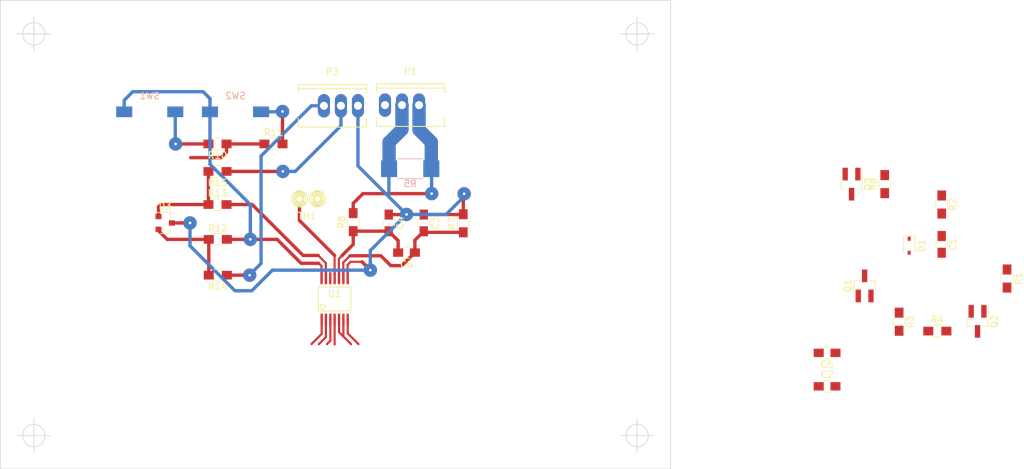
<source format=kicad_pcb>
(kicad_pcb (version 4) (host pcbnew 4.0.0-rc2-stable)

  (general
    (links 57)
    (no_connects 27)
    (area 99.949999 59.949999 200.050001 130.050001)
    (thickness 1.6)
    (drawings 18)
    (tracks 148)
    (zones 0)
    (modules 31)
    (nets 23)
  )

  (page A4)
  (layers
    (0 F.Cu signal)
    (31 B.Cu signal)
    (32 B.Adhes user)
    (33 F.Adhes user)
    (34 B.Paste user)
    (35 F.Paste user)
    (36 B.SilkS user)
    (37 F.SilkS user)
    (38 B.Mask user)
    (39 F.Mask user)
    (40 Dwgs.User user)
    (41 Cmts.User user)
    (42 Eco1.User user)
    (43 Eco2.User user)
    (44 Edge.Cuts user)
    (45 Margin user hide)
    (46 B.CrtYd user)
    (47 F.CrtYd user)
    (48 B.Fab user)
    (49 F.Fab user)
  )

  (setup
    (last_trace_width 0.5)
    (user_trace_width 0.32)
    (user_trace_width 2)
    (trace_clearance 0.2)
    (zone_clearance 0.508)
    (zone_45_only no)
    (trace_min 0.32)
    (segment_width 0.2)
    (edge_width 0.1)
    (via_size 2)
    (via_drill 0.4)
    (via_min_size 2)
    (via_min_drill 0.3)
    (uvia_size 0.3)
    (uvia_drill 0.1)
    (uvias_allowed no)
    (uvia_min_size 0.2)
    (uvia_min_drill 0.1)
    (pcb_text_width 0.3)
    (pcb_text_size 1.5 1.5)
    (mod_edge_width 0.15)
    (mod_text_size 1 1)
    (mod_text_width 0.15)
    (pad_size 1.5 1.5)
    (pad_drill 0.6)
    (pad_to_mask_clearance 0)
    (aux_axis_origin 0 0)
    (visible_elements 7FFFFFFF)
    (pcbplotparams
      (layerselection 0x01020_00000000)
      (usegerberextensions false)
      (excludeedgelayer false)
      (linewidth 0.100000)
      (plotframeref false)
      (viasonmask false)
      (mode 1)
      (useauxorigin false)
      (hpglpennumber 1)
      (hpglpenspeed 20)
      (hpglpendiameter 15)
      (hpglpenoverlay 2)
      (psnegative false)
      (psa4output false)
      (plotreference true)
      (plotvalue true)
      (plotinvisibletext false)
      (padsonsilk true)
      (subtractmaskfromsilk false)
      (outputformat 4)
      (mirror false)
      (drillshape 1)
      (scaleselection 1)
      (outputdirectory FabricationOutputs/))
  )

  (net 0 "")
  (net 1 "Net-(C1-Pad1)")
  (net 2 GNDREF)
  (net 3 REG_IN)
  (net 4 "Net-(C3-Pad2)")
  (net 5 "Net-(C4-Pad2)")
  (net 6 REG_25)
  (net 7 "Net-(D1-Pad1)")
  (net 8 "Net-(D3-Pad1)")
  (net 9 "Net-(D3-Pad2)")
  (net 10 /BATT+)
  (net 11 /PACK-)
  (net 12 /SDA)
  (net 13 /SCL)
  (net 14 "Net-(Q1-Pad1)")
  (net 15 "Net-(Q1-Pad3)")
  (net 16 "Net-(Q2-Pad1)")
  (net 17 "Net-(Q2-Pad3)")
  (net 18 "Net-(R10-Pad2)")
  (net 19 "Net-(R11-Pad2)")
  (net 20 "Net-(TH1-Pad2)")
  (net 21 "Net-(R12-Pad2)")
  (net 22 "Net-(R13-Pad2)")

  (net_class Default "Este es el tipo de red por defecto."
    (clearance 0.2)
    (trace_width 0.5)
    (via_dia 2)
    (via_drill 0.4)
    (uvia_dia 0.3)
    (uvia_drill 0.1)
    (add_net /BATT+)
    (add_net /PACK-)
    (add_net /SCL)
    (add_net /SDA)
    (add_net GNDREF)
    (add_net "Net-(C1-Pad1)")
    (add_net "Net-(C3-Pad2)")
    (add_net "Net-(C4-Pad2)")
    (add_net "Net-(D1-Pad1)")
    (add_net "Net-(D3-Pad1)")
    (add_net "Net-(D3-Pad2)")
    (add_net "Net-(Q1-Pad1)")
    (add_net "Net-(Q1-Pad3)")
    (add_net "Net-(Q2-Pad1)")
    (add_net "Net-(Q2-Pad3)")
    (add_net "Net-(R10-Pad2)")
    (add_net "Net-(R11-Pad2)")
    (add_net "Net-(R12-Pad2)")
    (add_net "Net-(R13-Pad2)")
    (add_net "Net-(TH1-Pad2)")
    (add_net REG_25)
    (add_net REG_IN)
  )

  (module myfootprint:C_0805_HandSoldering (layer F.Cu) (tedit 58AA84A8) (tstamp 591964AA)
    (at 240.45 96.45 270)
    (descr "Capacitor SMD 0805, hand soldering")
    (tags "capacitor 0805")
    (path /5911D3BA)
    (attr smd)
    (fp_text reference C1 (at 0 -1.75 270) (layer F.SilkS)
      (effects (font (size 1 1) (thickness 0.15)))
    )
    (fp_text value 3300p (at 0 1.75 270) (layer F.Fab)
      (effects (font (size 1 1) (thickness 0.15)))
    )
    (fp_text user %R (at 0 -1.75 270) (layer F.Fab)
      (effects (font (size 1 1) (thickness 0.15)))
    )
    (fp_line (start -1 0.62) (end -1 -0.62) (layer F.Fab) (width 0.1))
    (fp_line (start 1 0.62) (end -1 0.62) (layer F.Fab) (width 0.1))
    (fp_line (start 1 -0.62) (end 1 0.62) (layer F.Fab) (width 0.1))
    (fp_line (start -1 -0.62) (end 1 -0.62) (layer F.Fab) (width 0.1))
    (fp_line (start 0.5 -0.85) (end -0.5 -0.85) (layer F.SilkS) (width 0.12))
    (fp_line (start -0.5 0.85) (end 0.5 0.85) (layer F.SilkS) (width 0.12))
    (fp_line (start -2.25 -0.88) (end 2.25 -0.88) (layer F.CrtYd) (width 0.05))
    (fp_line (start -2.25 -0.88) (end -2.25 0.87) (layer F.CrtYd) (width 0.05))
    (fp_line (start 2.25 0.87) (end 2.25 -0.88) (layer F.CrtYd) (width 0.05))
    (fp_line (start 2.25 0.87) (end -2.25 0.87) (layer F.CrtYd) (width 0.05))
    (pad 1 smd rect (at -1.25 0 270) (size 1.5 1.25) (layers F.Cu F.Paste F.Mask)
      (net 1 "Net-(C1-Pad1)"))
    (pad 2 smd rect (at 1.25 0 270) (size 1.5 1.25) (layers F.Cu F.Paste F.Mask)
      (net 2 GNDREF))
    (model ../../../../../../DATOS/UNIVERSIDAD/TFG/PCB/packages3D-master/packages3D-master/Capacitors_SMD.3dshapes/C_0805.wrl
      (at (xyz 0 0 0))
      (scale (xyz 1 1 1))
      (rotate (xyz 0 0 0))
    )
  )

  (module myfootprint:C_0805_HandSoldering (layer F.Cu) (tedit 58AA84A8) (tstamp 591964B0)
    (at 223.35 117.65)
    (descr "Capacitor SMD 0805, hand soldering")
    (tags "capacitor 0805")
    (path /5915136A)
    (attr smd)
    (fp_text reference C2 (at 0 -1.75) (layer F.SilkS)
      (effects (font (size 1 1) (thickness 0.15)))
    )
    (fp_text value 0.1u (at 0 1.75) (layer F.Fab)
      (effects (font (size 1 1) (thickness 0.15)))
    )
    (fp_text user %R (at 0 -1.75) (layer F.Fab)
      (effects (font (size 1 1) (thickness 0.15)))
    )
    (fp_line (start -1 0.62) (end -1 -0.62) (layer F.Fab) (width 0.1))
    (fp_line (start 1 0.62) (end -1 0.62) (layer F.Fab) (width 0.1))
    (fp_line (start 1 -0.62) (end 1 0.62) (layer F.Fab) (width 0.1))
    (fp_line (start -1 -0.62) (end 1 -0.62) (layer F.Fab) (width 0.1))
    (fp_line (start 0.5 -0.85) (end -0.5 -0.85) (layer F.SilkS) (width 0.12))
    (fp_line (start -0.5 0.85) (end 0.5 0.85) (layer F.SilkS) (width 0.12))
    (fp_line (start -2.25 -0.88) (end 2.25 -0.88) (layer F.CrtYd) (width 0.05))
    (fp_line (start -2.25 -0.88) (end -2.25 0.87) (layer F.CrtYd) (width 0.05))
    (fp_line (start 2.25 0.87) (end 2.25 -0.88) (layer F.CrtYd) (width 0.05))
    (fp_line (start 2.25 0.87) (end -2.25 0.87) (layer F.CrtYd) (width 0.05))
    (pad 1 smd rect (at -1.25 0) (size 1.5 1.25) (layers F.Cu F.Paste F.Mask)
      (net 3 REG_IN))
    (pad 2 smd rect (at 1.25 0) (size 1.5 1.25) (layers F.Cu F.Paste F.Mask)
      (net 2 GNDREF))
    (model ../../../../../../DATOS/UNIVERSIDAD/TFG/PCB/packages3D-master/packages3D-master/Capacitors_SMD.3dshapes/C_0805.wrl
      (at (xyz 0 0 0))
      (scale (xyz 1 1 1))
      (rotate (xyz 0 0 0))
    )
  )

  (module myfootprint:C_0805_HandSoldering (layer F.Cu) (tedit 58AA84A8) (tstamp 591964B6)
    (at 163.175 93.25 270)
    (descr "Capacitor SMD 0805, hand soldering")
    (tags "capacitor 0805")
    (path /5911D508)
    (attr smd)
    (fp_text reference C3 (at 0 -1.75 270) (layer F.SilkS)
      (effects (font (size 1 1) (thickness 0.15)))
    )
    (fp_text value 0.1u (at 0 1.75 270) (layer F.Fab)
      (effects (font (size 1 1) (thickness 0.15)))
    )
    (fp_text user %R (at 0 -1.75 270) (layer F.Fab)
      (effects (font (size 1 1) (thickness 0.15)))
    )
    (fp_line (start -1 0.62) (end -1 -0.62) (layer F.Fab) (width 0.1))
    (fp_line (start 1 0.62) (end -1 0.62) (layer F.Fab) (width 0.1))
    (fp_line (start 1 -0.62) (end 1 0.62) (layer F.Fab) (width 0.1))
    (fp_line (start -1 -0.62) (end 1 -0.62) (layer F.Fab) (width 0.1))
    (fp_line (start 0.5 -0.85) (end -0.5 -0.85) (layer F.SilkS) (width 0.12))
    (fp_line (start -0.5 0.85) (end 0.5 0.85) (layer F.SilkS) (width 0.12))
    (fp_line (start -2.25 -0.88) (end 2.25 -0.88) (layer F.CrtYd) (width 0.05))
    (fp_line (start -2.25 -0.88) (end -2.25 0.87) (layer F.CrtYd) (width 0.05))
    (fp_line (start 2.25 0.87) (end 2.25 -0.88) (layer F.CrtYd) (width 0.05))
    (fp_line (start 2.25 0.87) (end -2.25 0.87) (layer F.CrtYd) (width 0.05))
    (pad 1 smd rect (at -1.25 0 270) (size 1.5 1.25) (layers F.Cu F.Paste F.Mask)
      (net 2 GNDREF))
    (pad 2 smd rect (at 1.25 0 270) (size 1.5 1.25) (layers F.Cu F.Paste F.Mask)
      (net 4 "Net-(C3-Pad2)"))
    (model ../../../../../../DATOS/UNIVERSIDAD/TFG/Vehiculo/3D_PCB/C_0805_sp.wrl
      (at (xyz 0 0 0))
      (scale (xyz 1 1 1))
      (rotate (xyz 0 0 0))
    )
  )

  (module myfootprint:C_0805_HandSoldering (layer F.Cu) (tedit 58AA84A8) (tstamp 591964BC)
    (at 157.95 93.25 270)
    (descr "Capacitor SMD 0805, hand soldering")
    (tags "capacitor 0805")
    (path /5911D57D)
    (attr smd)
    (fp_text reference C4 (at 0 -1.75 270) (layer F.SilkS)
      (effects (font (size 1 1) (thickness 0.15)))
    )
    (fp_text value 0.1u (at 0 1.75 270) (layer F.Fab)
      (effects (font (size 1 1) (thickness 0.15)))
    )
    (fp_text user %R (at 0 -1.75 270) (layer F.Fab)
      (effects (font (size 1 1) (thickness 0.15)))
    )
    (fp_line (start -1 0.62) (end -1 -0.62) (layer F.Fab) (width 0.1))
    (fp_line (start 1 0.62) (end -1 0.62) (layer F.Fab) (width 0.1))
    (fp_line (start 1 -0.62) (end 1 0.62) (layer F.Fab) (width 0.1))
    (fp_line (start -1 -0.62) (end 1 -0.62) (layer F.Fab) (width 0.1))
    (fp_line (start 0.5 -0.85) (end -0.5 -0.85) (layer F.SilkS) (width 0.12))
    (fp_line (start -0.5 0.85) (end 0.5 0.85) (layer F.SilkS) (width 0.12))
    (fp_line (start -2.25 -0.88) (end 2.25 -0.88) (layer F.CrtYd) (width 0.05))
    (fp_line (start -2.25 -0.88) (end -2.25 0.87) (layer F.CrtYd) (width 0.05))
    (fp_line (start 2.25 0.87) (end 2.25 -0.88) (layer F.CrtYd) (width 0.05))
    (fp_line (start 2.25 0.87) (end -2.25 0.87) (layer F.CrtYd) (width 0.05))
    (pad 1 smd rect (at -1.25 0 270) (size 1.5 1.25) (layers F.Cu F.Paste F.Mask)
      (net 2 GNDREF))
    (pad 2 smd rect (at 1.25 0 270) (size 1.5 1.25) (layers F.Cu F.Paste F.Mask)
      (net 5 "Net-(C4-Pad2)"))
    (model ../../../../../../DATOS/UNIVERSIDAD/TFG/PCB/packages3D-master/packages3D-master/Capacitors_SMD.3dshapes/C_0805.wrl
      (at (xyz 0 0 0))
      (scale (xyz 1 1 1))
      (rotate (xyz 0 0 0))
    )
  )

  (module myfootprint:C_0805_HandSoldering (layer F.Cu) (tedit 58AA84A8) (tstamp 591964C2)
    (at 223.35 112.65 180)
    (descr "Capacitor SMD 0805, hand soldering")
    (tags "capacitor 0805")
    (path /5911D5D5)
    (attr smd)
    (fp_text reference C5 (at 0 -1.75 180) (layer F.SilkS)
      (effects (font (size 1 1) (thickness 0.15)))
    )
    (fp_text value 1u (at 0 1.75 180) (layer F.Fab)
      (effects (font (size 1 1) (thickness 0.15)))
    )
    (fp_text user %R (at 0 -1.75 180) (layer F.Fab)
      (effects (font (size 1 1) (thickness 0.15)))
    )
    (fp_line (start -1 0.62) (end -1 -0.62) (layer F.Fab) (width 0.1))
    (fp_line (start 1 0.62) (end -1 0.62) (layer F.Fab) (width 0.1))
    (fp_line (start 1 -0.62) (end 1 0.62) (layer F.Fab) (width 0.1))
    (fp_line (start -1 -0.62) (end 1 -0.62) (layer F.Fab) (width 0.1))
    (fp_line (start 0.5 -0.85) (end -0.5 -0.85) (layer F.SilkS) (width 0.12))
    (fp_line (start -0.5 0.85) (end 0.5 0.85) (layer F.SilkS) (width 0.12))
    (fp_line (start -2.25 -0.88) (end 2.25 -0.88) (layer F.CrtYd) (width 0.05))
    (fp_line (start -2.25 -0.88) (end -2.25 0.87) (layer F.CrtYd) (width 0.05))
    (fp_line (start 2.25 0.87) (end 2.25 -0.88) (layer F.CrtYd) (width 0.05))
    (fp_line (start 2.25 0.87) (end -2.25 0.87) (layer F.CrtYd) (width 0.05))
    (pad 1 smd rect (at -1.25 0 180) (size 1.5 1.25) (layers F.Cu F.Paste F.Mask)
      (net 2 GNDREF))
    (pad 2 smd rect (at 1.25 0 180) (size 1.5 1.25) (layers F.Cu F.Paste F.Mask)
      (net 6 REG_25))
    (model ../../../../../../DATOS/UNIVERSIDAD/TFG/PCB/packages3D-master/packages3D-master/Capacitors_SMD.3dshapes/C_0805.wrl
      (at (xyz 0 0 0))
      (scale (xyz 1 1 1))
      (rotate (xyz 0 0 0))
    )
  )

  (module myfootprint:C_0805_HandSoldering (layer F.Cu) (tedit 58AA84A8) (tstamp 591964C8)
    (at 160.6 97.675 180)
    (descr "Capacitor SMD 0805, hand soldering")
    (tags "capacitor 0805")
    (path /5911D4A4)
    (attr smd)
    (fp_text reference C6 (at 0 -1.75 180) (layer F.SilkS)
      (effects (font (size 1 1) (thickness 0.15)))
    )
    (fp_text value 0.1u (at 0 1.75 180) (layer F.Fab)
      (effects (font (size 1 1) (thickness 0.15)))
    )
    (fp_text user %R (at 0 -1.75 180) (layer F.Fab)
      (effects (font (size 1 1) (thickness 0.15)))
    )
    (fp_line (start -1 0.62) (end -1 -0.62) (layer F.Fab) (width 0.1))
    (fp_line (start 1 0.62) (end -1 0.62) (layer F.Fab) (width 0.1))
    (fp_line (start 1 -0.62) (end 1 0.62) (layer F.Fab) (width 0.1))
    (fp_line (start -1 -0.62) (end 1 -0.62) (layer F.Fab) (width 0.1))
    (fp_line (start 0.5 -0.85) (end -0.5 -0.85) (layer F.SilkS) (width 0.12))
    (fp_line (start -0.5 0.85) (end 0.5 0.85) (layer F.SilkS) (width 0.12))
    (fp_line (start -2.25 -0.88) (end 2.25 -0.88) (layer F.CrtYd) (width 0.05))
    (fp_line (start -2.25 -0.88) (end -2.25 0.87) (layer F.CrtYd) (width 0.05))
    (fp_line (start 2.25 0.87) (end 2.25 -0.88) (layer F.CrtYd) (width 0.05))
    (fp_line (start 2.25 0.87) (end -2.25 0.87) (layer F.CrtYd) (width 0.05))
    (pad 1 smd rect (at -1.25 0 180) (size 1.5 1.25) (layers F.Cu F.Paste F.Mask)
      (net 4 "Net-(C3-Pad2)"))
    (pad 2 smd rect (at 1.25 0 180) (size 1.5 1.25) (layers F.Cu F.Paste F.Mask)
      (net 5 "Net-(C4-Pad2)"))
    (model ../../../../../../DATOS/UNIVERSIDAD/TFG/PCB/packages3D-master/packages3D-master/Capacitors_SMD.3dshapes/C_0805.wrl
      (at (xyz 0 0 0))
      (scale (xyz 1 1 1))
      (rotate (xyz 0 0 0))
    )
  )

  (module myfootprint:SOD-323 (layer F.Cu) (tedit 58641739) (tstamp 591964CE)
    (at 235.6 96.65 270)
    (descr SOD-323)
    (tags SOD-323)
    (path /591512DF)
    (attr smd)
    (fp_text reference D1 (at 0 -1.85 270) (layer F.SilkS)
      (effects (font (size 1 1) (thickness 0.15)))
    )
    (fp_text value BZT52C5V65-7 (at 0.1 1.9 270) (layer F.Fab)
      (effects (font (size 1 1) (thickness 0.15)))
    )
    (fp_text user %R (at 0 -1.85 270) (layer F.Fab)
      (effects (font (size 1 1) (thickness 0.15)))
    )
    (fp_line (start -1.5 -0.85) (end -1.5 0.85) (layer F.SilkS) (width 0.12))
    (fp_line (start 0.2 0) (end 0.45 0) (layer F.Fab) (width 0.1))
    (fp_line (start 0.2 0.35) (end -0.3 0) (layer F.Fab) (width 0.1))
    (fp_line (start 0.2 -0.35) (end 0.2 0.35) (layer F.Fab) (width 0.1))
    (fp_line (start -0.3 0) (end 0.2 -0.35) (layer F.Fab) (width 0.1))
    (fp_line (start -0.3 0) (end -0.5 0) (layer F.Fab) (width 0.1))
    (fp_line (start -0.3 -0.35) (end -0.3 0.35) (layer F.Fab) (width 0.1))
    (fp_line (start -0.9 0.7) (end -0.9 -0.7) (layer F.Fab) (width 0.1))
    (fp_line (start 0.9 0.7) (end -0.9 0.7) (layer F.Fab) (width 0.1))
    (fp_line (start 0.9 -0.7) (end 0.9 0.7) (layer F.Fab) (width 0.1))
    (fp_line (start -0.9 -0.7) (end 0.9 -0.7) (layer F.Fab) (width 0.1))
    (fp_line (start -1.6 -0.95) (end 1.6 -0.95) (layer F.CrtYd) (width 0.05))
    (fp_line (start 1.6 -0.95) (end 1.6 0.95) (layer F.CrtYd) (width 0.05))
    (fp_line (start -1.6 0.95) (end 1.6 0.95) (layer F.CrtYd) (width 0.05))
    (fp_line (start -1.6 -0.95) (end -1.6 0.95) (layer F.CrtYd) (width 0.05))
    (fp_line (start -1.5 0.85) (end 1.05 0.85) (layer F.SilkS) (width 0.12))
    (fp_line (start -1.5 -0.85) (end 1.05 -0.85) (layer F.SilkS) (width 0.12))
    (pad 1 smd rect (at -1.05 0 270) (size 0.6 0.45) (layers F.Cu F.Paste F.Mask)
      (net 7 "Net-(D1-Pad1)"))
    (pad 2 smd rect (at 1.05 0 270) (size 0.6 0.45) (layers F.Cu F.Paste F.Mask)
      (net 2 GNDREF))
    (model ../../../../../../DATOS/UNIVERSIDAD/TFG/PCB/packages3D-master/packages3D-master/Diodes_SMD.3dshapes/D_SOD-323.wrl
      (at (xyz 0 0 0))
      (scale (xyz 1 1 1))
      (rotate (xyz 0 0 0))
    )
  )

  (module myfootprint:BSS84-SOT-23_Handsoldering (layer F.Cu) (tedit 59152270) (tstamp 591964F9)
    (at 228.95 102.65 90)
    (descr "SOT-23, Handsoldering")
    (tags SOT-23)
    (path /5911E733)
    (attr smd)
    (fp_text reference Q1 (at 0 -2.5 90) (layer F.SilkS)
      (effects (font (size 1 1) (thickness 0.15)))
    )
    (fp_text value BSS84 (at 0 2.5 90) (layer F.Fab)
      (effects (font (size 1 1) (thickness 0.15)))
    )
    (fp_text user s (at -4.1 1.1 90) (layer F.Fab)
      (effects (font (size 1 1) (thickness 0.15)))
    )
    (fp_text user g (at -4.1 -1.2 90) (layer F.Fab)
      (effects (font (size 1 1) (thickness 0.15)))
    )
    (fp_text user d (at 3.9 -0.1 90) (layer F.Fab)
      (effects (font (size 1 1) (thickness 0.15)))
    )
    (fp_line (start 0.76 1.58) (end 0.76 0.65) (layer F.SilkS) (width 0.12))
    (fp_line (start 0.76 -1.58) (end 0.76 -0.65) (layer F.SilkS) (width 0.12))
    (fp_line (start -2.7 -1.75) (end 2.7 -1.75) (layer F.CrtYd) (width 0.05))
    (fp_line (start 2.7 -1.75) (end 2.7 1.75) (layer F.CrtYd) (width 0.05))
    (fp_line (start 2.7 1.75) (end -2.7 1.75) (layer F.CrtYd) (width 0.05))
    (fp_line (start -2.7 1.75) (end -2.7 -1.75) (layer F.CrtYd) (width 0.05))
    (fp_line (start 0.76 -1.58) (end -2.4 -1.58) (layer F.SilkS) (width 0.12))
    (fp_line (start -0.7 -0.95) (end -0.7 1.5) (layer F.Fab) (width 0.1))
    (fp_line (start -0.15 -1.52) (end 0.7 -1.52) (layer F.Fab) (width 0.1))
    (fp_line (start -0.7 -0.95) (end -0.15 -1.52) (layer F.Fab) (width 0.1))
    (fp_line (start 0.7 -1.52) (end 0.7 1.52) (layer F.Fab) (width 0.1))
    (fp_line (start -0.7 1.52) (end 0.7 1.52) (layer F.Fab) (width 0.1))
    (fp_line (start 0.76 1.58) (end -0.7 1.58) (layer F.SilkS) (width 0.12))
    (pad 1 smd rect (at -1.5 -0.95 90) (size 1.9 0.8) (layers F.Cu F.Paste F.Mask)
      (net 14 "Net-(Q1-Pad1)"))
    (pad 2 smd rect (at -1.5 0.95 90) (size 1.9 0.8) (layers F.Cu F.Paste F.Mask)
      (net 10 /BATT+))
    (pad 3 smd rect (at 1.5 0 90) (size 1.9 0.8) (layers F.Cu F.Paste F.Mask)
      (net 15 "Net-(Q1-Pad3)"))
    (model ../../../../../../DATOS/UNIVERSIDAD/TFG/PCB/packages3D-master/packages3D-master/TO_SOT_Packages_SMD.3dshapes/SOT-23.wrl
      (at (xyz 0 0 0))
      (scale (xyz 1 1 1))
      (rotate (xyz 0 0 0))
    )
  )

  (module myfootprint:BSS138-SOT-23_Handsoldering (layer F.Cu) (tedit 591522E8) (tstamp 59196500)
    (at 245.8 107.95 270)
    (descr "SOT-23, Handsoldering")
    (tags SOT-23)
    (path /59150B8E)
    (attr smd)
    (fp_text reference Q2 (at 0 -2.5 270) (layer F.SilkS)
      (effects (font (size 1 1) (thickness 0.15)))
    )
    (fp_text value BSS138 (at 0 2.5 270) (layer F.Fab)
      (effects (font (size 1 1) (thickness 0.15)))
    )
    (fp_text user s (at -4.1 1.1 270) (layer F.Fab)
      (effects (font (size 1 1) (thickness 0.15)))
    )
    (fp_text user g (at -4.1 -1.2 270) (layer F.Fab)
      (effects (font (size 1 1) (thickness 0.15)))
    )
    (fp_text user d (at 3.9 -0.1 270) (layer F.Fab)
      (effects (font (size 1 1) (thickness 0.15)))
    )
    (fp_line (start 0.76 1.58) (end 0.76 0.65) (layer F.SilkS) (width 0.12))
    (fp_line (start 0.76 -1.58) (end 0.76 -0.65) (layer F.SilkS) (width 0.12))
    (fp_line (start -2.7 -1.75) (end 2.7 -1.75) (layer F.CrtYd) (width 0.05))
    (fp_line (start 2.7 -1.75) (end 2.7 1.75) (layer F.CrtYd) (width 0.05))
    (fp_line (start 2.7 1.75) (end -2.7 1.75) (layer F.CrtYd) (width 0.05))
    (fp_line (start -2.7 1.75) (end -2.7 -1.75) (layer F.CrtYd) (width 0.05))
    (fp_line (start 0.76 -1.58) (end -2.4 -1.58) (layer F.SilkS) (width 0.12))
    (fp_line (start -0.7 -0.95) (end -0.7 1.5) (layer F.Fab) (width 0.1))
    (fp_line (start -0.15 -1.52) (end 0.7 -1.52) (layer F.Fab) (width 0.1))
    (fp_line (start -0.7 -0.95) (end -0.15 -1.52) (layer F.Fab) (width 0.1))
    (fp_line (start 0.7 -1.52) (end 0.7 1.52) (layer F.Fab) (width 0.1))
    (fp_line (start -0.7 1.52) (end 0.7 1.52) (layer F.Fab) (width 0.1))
    (fp_line (start 0.76 1.58) (end -0.7 1.58) (layer F.SilkS) (width 0.12))
    (pad 1 smd rect (at -1.5 -0.95 270) (size 1.9 0.8) (layers F.Cu F.Paste F.Mask)
      (net 16 "Net-(Q2-Pad1)"))
    (pad 2 smd rect (at -1.5 0.95 270) (size 1.9 0.8) (layers F.Cu F.Paste F.Mask)
      (net 2 GNDREF))
    (pad 3 smd rect (at 1.5 0 270) (size 1.9 0.8) (layers F.Cu F.Paste F.Mask)
      (net 17 "Net-(Q2-Pad3)"))
    (model ${KISYS3DMOD}/TO_SOT_Packages_SMD.3dshapes\SOT-23.wrl
      (at (xyz 0 0 0))
      (scale (xyz 1 1 1))
      (rotate (xyz 0 0 0))
    )
    (model ../../../../../../DATOS/UNIVERSIDAD/TFG/PCB/packages3D-master/packages3D-master/TO_SOT_Packages_SMD.3dshapes/SOT-23.wrl
      (at (xyz 0 0 0))
      (scale (xyz 1 1 1))
      (rotate (xyz 0 0 0))
    )
  )

  (module myfootprint:SOT-23_Handsoldering (layer F.Cu) (tedit 59152341) (tstamp 59196507)
    (at 227 87.45 270)
    (descr "SOT-23, Handsoldering")
    (tags SOT-23)
    (path /5915105A)
    (attr smd)
    (fp_text reference Q3 (at 0 -2.5 270) (layer F.SilkS)
      (effects (font (size 1 1) (thickness 0.15)))
    )
    (fp_text value 2N7002 (at 0 2.5 270) (layer F.Fab)
      (effects (font (size 1 1) (thickness 0.15)))
    )
    (fp_text user s (at -4.1 1.1 270) (layer F.Fab)
      (effects (font (size 1 1) (thickness 0.15)))
    )
    (fp_text user g (at -4.1 -1.2 270) (layer F.Fab)
      (effects (font (size 1 1) (thickness 0.15)))
    )
    (fp_text user d (at 3.9 -0.1 270) (layer F.Fab)
      (effects (font (size 1 1) (thickness 0.15)))
    )
    (fp_line (start 0.76 1.58) (end 0.76 0.65) (layer F.SilkS) (width 0.12))
    (fp_line (start 0.76 -1.58) (end 0.76 -0.65) (layer F.SilkS) (width 0.12))
    (fp_line (start -2.7 -1.75) (end 2.7 -1.75) (layer F.CrtYd) (width 0.05))
    (fp_line (start 2.7 -1.75) (end 2.7 1.75) (layer F.CrtYd) (width 0.05))
    (fp_line (start 2.7 1.75) (end -2.7 1.75) (layer F.CrtYd) (width 0.05))
    (fp_line (start -2.7 1.75) (end -2.7 -1.75) (layer F.CrtYd) (width 0.05))
    (fp_line (start 0.76 -1.58) (end -2.4 -1.58) (layer F.SilkS) (width 0.12))
    (fp_line (start -0.7 -0.95) (end -0.7 1.5) (layer F.Fab) (width 0.1))
    (fp_line (start -0.15 -1.52) (end 0.7 -1.52) (layer F.Fab) (width 0.1))
    (fp_line (start -0.7 -0.95) (end -0.15 -1.52) (layer F.Fab) (width 0.1))
    (fp_line (start 0.7 -1.52) (end 0.7 1.52) (layer F.Fab) (width 0.1))
    (fp_line (start -0.7 1.52) (end 0.7 1.52) (layer F.Fab) (width 0.1))
    (fp_line (start 0.76 1.58) (end -0.7 1.58) (layer F.SilkS) (width 0.12))
    (pad 1 smd rect (at -1.5 -0.95 270) (size 1.9 0.8) (layers F.Cu F.Paste F.Mask)
      (net 7 "Net-(D1-Pad1)"))
    (pad 2 smd rect (at -1.5 0.95 270) (size 1.9 0.8) (layers F.Cu F.Paste F.Mask)
      (net 3 REG_IN))
    (pad 3 smd rect (at 1.5 0 270) (size 1.9 0.8) (layers F.Cu F.Paste F.Mask)
      (net 10 /BATT+))
    (model ../../../../../../DATOS/UNIVERSIDAD/TFG/PCB/packages3D-master/packages3D-master/TO_SOT_Packages_SMD.3dshapes/SOT-23.wrl
      (at (xyz 0 0 0))
      (scale (xyz 1 1 1))
      (rotate (xyz 0 0 0))
    )
  )

  (module myfootprint:SSOP-14-Bq (layer F.Cu) (tedit 5919632F) (tstamp 5919657E)
    (at 149.875 104.6)
    (path /5917785A)
    (attr smd)
    (fp_text reference U1 (at 0 -0.762) (layer F.SilkS)
      (effects (font (size 1 1) (thickness 0.15)))
    )
    (fp_text value bq34z100pw (at 0 0.508) (layer F.Fab)
      (effects (font (size 1 1) (thickness 0.15)))
    )
    (fp_line (start -2.413 -1.778) (end 2.413 -1.778) (layer F.SilkS) (width 0.15))
    (fp_line (start 2.413 -1.778) (end 2.413 1.778) (layer F.SilkS) (width 0.15))
    (fp_line (start 2.413 1.778) (end -2.413 1.778) (layer F.SilkS) (width 0.15))
    (fp_line (start -2.413 1.778) (end -2.413 -1.778) (layer F.SilkS) (width 0.15))
    (fp_circle (center -1.778 1.143) (end -2.159 1.143) (layer F.SilkS) (width 0.15))
    (pad 1 smd rect (at -1.9304 2.794) (size 0.35 1.8) (drill (offset 0 0.3)) (layers F.Cu F.Paste F.Mask)
      (net 2 GNDREF))
    (pad 2 smd rect (at -1.2954 2.794) (size 0.35 1.8) (drill (offset 0 0.3)) (layers F.Cu F.Paste F.Mask)
      (net 16 "Net-(Q2-Pad1)"))
    (pad 3 smd rect (at -0.635 2.794) (size 0.35 1.8) (drill (offset 0 0.3)) (layers F.Cu F.Paste F.Mask)
      (net 2 GNDREF))
    (pad 4 smd rect (at 0 2.794) (size 0.35 1.8) (drill (offset 0 0.3)) (layers F.Cu F.Paste F.Mask)
      (net 1 "Net-(C1-Pad1)"))
    (pad 5 smd rect (at 0.6604 2.794) (size 0.35 1.8) (drill (offset 0 0.3)) (layers F.Cu F.Paste F.Mask)
      (net 3 REG_IN))
    (pad 6 smd rect (at 1.3081 2.794) (size 0.35 1.8) (drill (offset 0 0.3)) (layers F.Cu F.Paste F.Mask)
      (net 3 REG_IN))
    (pad 7 smd rect (at 1.9558 2.794) (size 0.35 1.8) (drill (offset 0 0.3)) (layers F.Cu F.Paste F.Mask)
      (net 6 REG_25))
    (pad 8 smd rect (at 1.9558 -2.794) (size 0.35 1.8) (drill (offset 0 -0.3)) (layers F.Cu F.Paste F.Mask)
      (net 2 GNDREF))
    (pad 9 smd rect (at 1.3081 -2.794) (size 0.35 1.8) (drill (offset 0 -0.3)) (layers F.Cu F.Paste F.Mask)
      (net 4 "Net-(C3-Pad2)"))
    (pad 10 smd rect (at 0.6604 -2.794) (size 0.35 1.8) (drill (offset 0 -0.3)) (layers F.Cu F.Paste F.Mask)
      (net 5 "Net-(C4-Pad2)"))
    (pad 11 smd rect (at 0 -2.794) (size 0.35 1.8) (drill (offset 0 -0.3)) (layers F.Cu F.Paste F.Mask)
      (net 20 "Net-(TH1-Pad2)"))
    (pad 12 smd rect (at -0.6477 -2.794) (size 0.35 1.8) (drill (offset 0 -0.3)) (layers F.Cu F.Paste F.Mask))
    (pad 13 smd rect (at -1.2954 -2.794) (size 0.35 1.8) (drill (offset 0 -0.3)) (layers F.Cu F.Paste F.Mask)
      (net 22 "Net-(R13-Pad2)"))
    (pad 14 smd rect (at -1.9431 -2.794) (size 0.35 1.8) (drill (offset 0 -0.3)) (layers F.Cu F.Paste F.Mask)
      (net 21 "Net-(R12-Pad2)"))
    (model ../../../../../../DATOS/UNIVERSIDAD/TFG/PCB/packages3D-master/packages3D-master/Housings_SSOP.3dshapes/TSSOP-14_4.4x5mm_Pitch0.65mm.wrl
      (at (xyz 0 0 0))
      (scale (xyz 1 1 1))
      (rotate (xyz 0 0 -90))
    )
  )

  (module myfootprint:Thermistor (layer F.Cu) (tedit 591AC786) (tstamp 591ACB64)
    (at 147.325 89.65 180)
    (descr "Resistor, Axial_DIN0204 series, Axial, Vertical, pin pitch=1.9mm, 0.16666666666666666W = 1/6W, length*diameter=3.6*1.6mm^2, http://cdn-reichelt.de/documents/datenblatt/B400/1_4W%23YAG.pdf")
    (tags "Resistor Axial_DIN0204 series Axial Vertical pin pitch 1.9mm 0.16666666666666666W = 1/6W length 3.6mm diameter 1.6mm")
    (path /59163373)
    (fp_text reference TH1 (at 1.55 -2.56 180) (layer F.SilkS)
      (effects (font (size 1 1) (thickness 0.15)))
    )
    (fp_text value 10K (at 0.65 3.26 180) (layer F.Fab)
      (effects (font (size 1 1) (thickness 0.15)))
    )
    (fp_circle (center -0.01 0.01) (end 1.05 -0.61) (layer F.SilkS) (width 0.15))
    (fp_circle (center 2.71 0) (end 3.43 -0.97) (layer F.SilkS) (width 0.15))
    (fp_circle (center 2.7 0) (end 3.4 -0.91) (layer F.Fab) (width 0.15))
    (fp_circle (center 0 0) (end 0.35 -1.1) (layer F.Fab) (width 0.15))
    (fp_line (start -1.8 -1.6) (end 4.5 -1.6) (layer F.CrtYd) (width 0.15))
    (fp_line (start 4.5 -1.6) (end 4.4 1.7) (layer F.CrtYd) (width 0.15))
    (fp_line (start 4.4 1.7) (end -1.8 1.7) (layer F.CrtYd) (width 0.15))
    (fp_line (start -1.8 1.7) (end -1.8 -1.6) (layer F.CrtYd) (width 0.15))
    (fp_line (start 0 0) (end 2.7 0) (layer F.Fab) (width 0.15))
    (fp_line (start 0.86 0) (end 0.9 0) (layer F.SilkS) (width 0.12))
    (pad 2 thru_hole oval (at 2.7 0 180) (size 1.8 2.2) (drill 0.762) (layers *.Cu *.Mask F.SilkS)
      (net 20 "Net-(TH1-Pad2)"))
    (pad 1 thru_hole oval (at 0 0 180) (size 1.8 2.2) (drill 0.762) (layers *.Cu *.Mask F.SilkS)
      (net 6 REG_25))
  )

  (module myfootprint:D_SOT-23_NKA (layer F.Cu) (tedit 591ACB69) (tstamp 591AD3E0)
    (at 124.6 93.25)
    (descr "SOT-23, Single Diode")
    (tags SOT-23)
    (path /5915CB10)
    (attr smd)
    (fp_text reference D3 (at 0 -2.5) (layer F.SilkS)
      (effects (font (size 1 1) (thickness 0.15)))
    )
    (fp_text value AZ23C5V6-7 (at 0 2.5) (layer F.Fab)
      (effects (font (size 1 1) (thickness 0.15)))
    )
    (fp_line (start -0.13 -0.49) (end -0.13 -0.89) (layer F.Fab) (width 0.1))
    (fp_line (start -0.13 -0.69) (end -0.38 -0.69) (layer F.Fab) (width 0.1))
    (fp_line (start -0.13 -0.69) (end 0.17 -0.49) (layer F.Fab) (width 0.1))
    (fp_line (start 0.17 -0.49) (end 0.17 -0.89) (layer F.Fab) (width 0.1))
    (fp_line (start 0.17 -0.89) (end -0.13 -0.69) (layer F.Fab) (width 0.1))
    (fp_line (start 0.17 -0.69) (end 0.42 -0.69) (layer F.Fab) (width 0.1))
    (fp_text user %R (at 0 -2.5) (layer F.Fab)
      (effects (font (size 1 1) (thickness 0.15)))
    )
    (fp_line (start 0.15 0.45) (end 0.4 0.45) (layer F.Fab) (width 0.1))
    (fp_line (start 0.15 0.25) (end -0.15 0.45) (layer F.Fab) (width 0.1))
    (fp_line (start 0.15 0.65) (end 0.15 0.25) (layer F.Fab) (width 0.1))
    (fp_line (start -0.15 0.45) (end 0.15 0.65) (layer F.Fab) (width 0.1))
    (fp_line (start -0.15 0.45) (end -0.4 0.45) (layer F.Fab) (width 0.1))
    (fp_line (start -0.15 0.65) (end -0.15 0.25) (layer F.Fab) (width 0.1))
    (fp_line (start 0.76 1.58) (end 0.76 0.65) (layer F.SilkS) (width 0.12))
    (fp_line (start 0.76 -1.58) (end 0.76 -0.65) (layer F.SilkS) (width 0.12))
    (fp_line (start 0.7 -1.52) (end 0.7 1.52) (layer F.Fab) (width 0.1))
    (fp_line (start -0.7 1.52) (end 0.7 1.52) (layer F.Fab) (width 0.1))
    (fp_line (start -1.7 -1.75) (end 1.7 -1.75) (layer F.CrtYd) (width 0.05))
    (fp_line (start 1.7 -1.75) (end 1.7 1.75) (layer F.CrtYd) (width 0.05))
    (fp_line (start 1.7 1.75) (end -1.7 1.75) (layer F.CrtYd) (width 0.05))
    (fp_line (start -1.7 1.75) (end -1.7 -1.75) (layer F.CrtYd) (width 0.05))
    (fp_line (start 0.76 -1.58) (end -1.4 -1.58) (layer F.SilkS) (width 0.12))
    (fp_line (start -0.7 -1.52) (end 0.7 -1.52) (layer F.Fab) (width 0.1))
    (fp_line (start -0.7 -1.52) (end -0.7 1.52) (layer F.Fab) (width 0.1))
    (fp_line (start 0.76 1.58) (end -0.7 1.58) (layer F.SilkS) (width 0.12))
    (pad 2 smd rect (at -1 -0.95) (size 0.9 0.8) (layers F.Cu F.Paste F.Mask)
      (net 9 "Net-(D3-Pad2)"))
    (pad 1 smd rect (at -1 0.95) (size 0.9 0.8) (layers F.Cu F.Paste F.Mask)
      (net 8 "Net-(D3-Pad1)"))
    (pad 3 smd rect (at 1 0) (size 0.9 0.8) (layers F.Cu F.Paste F.Mask)
      (net 2 GNDREF))
    (model ../../../../../../DATOS/UNIVERSIDAD/TFG/PCB/packages3D-master/packages3D-master/Diodes_SMD.3dshapes/D_SOT-23.wrl
      (at (xyz 0 0 0))
      (scale (xyz 1 1 1))
      (rotate (xyz 0 0 0))
    )
  )

  (module myfootprint:Con3,123- (layer F.Cu) (tedit 591D43E5) (tstamp 591D4AA9)
    (at 161.2 75.65)
    (descr "Socket, MOLEX, KK, RM 2.54mm, Lock, 4pin, straight,")
    (tags "Socket, MOLEX, KK, RM 2.54mm, Lock, 4pin, straight,")
    (path /591D61DF)
    (fp_text reference P1 (at 0 -5.08) (layer F.SilkS)
      (effects (font (size 1 1) (thickness 0.15)))
    )
    (fp_text value Con3,123* (at 0 5.08) (layer F.Fab)
      (effects (font (size 1 1) (thickness 0.15)))
    )
    (fp_line (start 5.08 -2.54) (end -5.08 -2.54) (layer F.SilkS) (width 0.15))
    (fp_line (start 5.08 1.905) (end 5.08 3.175) (layer F.SilkS) (width 0.15))
    (fp_line (start -5.08 -1.905) (end -5.08 -3.175) (layer F.SilkS) (width 0.15))
    (fp_line (start -5.08 -3.175) (end 5.08 -3.175) (layer F.SilkS) (width 0.15))
    (fp_line (start 5.08 -3.175) (end 5.08 -1.905) (layer F.SilkS) (width 0.15))
    (fp_line (start 5.08 3.175) (end -5.08 3.175) (layer F.SilkS) (width 0.15))
    (fp_line (start -5.08 3.175) (end -5.08 1.905) (layer F.SilkS) (width 0.15))
    (pad 1 thru_hole oval (at -3.81 0) (size 1.80086 3.50012) (drill 1.19888) (layers *.Cu *.Mask)
      (net 10 /BATT+))
    (pad 2 thru_hole oval (at -1.27 0) (size 1.80086 3.50012) (drill 1.19888) (layers *.Cu *.Mask)
      (net 2 GNDREF))
    (pad 3 thru_hole oval (at 1.27 0) (size 1.80086 3.50012) (drill 1.19888) (layers *.Cu *.Mask)
      (net 11 /PACK-))
    (model ../../../../../../DATOS/UNIVERSIDAD/TFG/PCB/3dContentCentralDassault/molex4.wrl
      (at (xyz 0 0.29 0.042))
      (scale (xyz 3 3 3))
      (rotate (xyz 0 180 0))
    )
  )

  (module myfootprint:Con3,-234 (layer F.Cu) (tedit 591D44A4) (tstamp 591D4AC4)
    (at 149.55 75.75)
    (descr "Socket, MOLEX, KK, RM 2.54mm, Lock, 4pin, straight,")
    (tags "Socket, MOLEX, KK, RM 2.54mm, Lock, 4pin, straight,")
    (path /591D5800)
    (fp_text reference P3 (at 0 -5.08) (layer F.SilkS)
      (effects (font (size 1 1) (thickness 0.15)))
    )
    (fp_text value Con3,*234 (at 0 5.08) (layer F.Fab)
      (effects (font (size 1 1) (thickness 0.15)))
    )
    (fp_line (start 5.08 -2.54) (end -5.08 -2.54) (layer F.SilkS) (width 0.15))
    (fp_line (start 5.08 1.905) (end 5.08 3.175) (layer F.SilkS) (width 0.15))
    (fp_line (start -5.08 -1.905) (end -5.08 -3.175) (layer F.SilkS) (width 0.15))
    (fp_line (start -5.08 -3.175) (end 5.08 -3.175) (layer F.SilkS) (width 0.15))
    (fp_line (start 5.08 -3.175) (end 5.08 -1.905) (layer F.SilkS) (width 0.15))
    (fp_line (start 5.08 3.175) (end -5.08 3.175) (layer F.SilkS) (width 0.15))
    (fp_line (start -5.08 3.175) (end -5.08 1.905) (layer F.SilkS) (width 0.15))
    (pad 2 thru_hole oval (at -1.27 0) (size 1.80086 3.50012) (drill 1.19888) (layers *.Cu *.Mask)
      (net 12 /SDA))
    (pad 3 thru_hole oval (at 1.27 0) (size 1.80086 3.50012) (drill 1.19888) (layers *.Cu *.Mask)
      (net 13 /SCL))
    (pad 4 thru_hole oval (at 3.81 0) (size 1.80086 3.50012) (drill 1.19888) (layers *.Cu *.Mask)
      (net 2 GNDREF))
    (model ../../../../../../DATOS/UNIVERSIDAD/TFG/PCB/3dContentCentralDassault/molex4.wrl
      (at (xyz 0 0.29 0.042))
      (scale (xyz 3 3 3))
      (rotate (xyz 0 180 0))
    )
  )

  (module myfootprint:DIP-2_LongPads (layer B.Cu) (tedit 59605560) (tstamp 5960577D)
    (at 126.1 76.65 180)
    (descr "4-lead dip package, row spacing 7.62 mm (300 mils), LongPads")
    (tags "DIL DIP PDIP 2.54mm 7.62mm 300mil LongPads")
    (path /59607E79)
    (fp_text reference SW1 (at 3.81 2.39 180) (layer B.SilkS)
      (effects (font (size 1 1) (thickness 0.15)) (justify mirror))
    )
    (fp_text value SPST (at 3.81 -3.556 180) (layer B.Fab)
      (effects (font (size 1 1) (thickness 0.15)) (justify mirror))
    )
    (fp_line (start -1.524 1.5875) (end 9.0805 1.5875) (layer B.CrtYd) (width 0.15))
    (fp_line (start 9.0805 1.5875) (end 9.0805 -2.159) (layer B.CrtYd) (width 0.15))
    (fp_line (start 9.0805 -2.159) (end -1.524 -2.159) (layer B.CrtYd) (width 0.15))
    (fp_line (start -1.524 -2.159) (end -1.524 1.5875) (layer B.CrtYd) (width 0.15))
    (fp_line (start 6.985 -1.524) (end 6.985 1.397) (layer B.Fab) (width 0.15))
    (fp_line (start 6.985 1.397) (end 0.635 1.397) (layer B.Fab) (width 0.15))
    (fp_line (start 0.635 1.397) (end 0.635 -1.524) (layer B.Fab) (width 0.15))
    (fp_line (start 6.985 -1.524) (end 0.635 -1.524) (layer B.Fab) (width 0.15))
    (fp_text user %R (at 4.191 0 180) (layer B.Fab)
      (effects (font (size 1 1) (thickness 0.15)) (justify mirror))
    )
    (pad 1 smd rect (at 0 0 180) (size 2.4 1.6) (layers B.Cu B.Paste B.Mask)
      (net 18 "Net-(R10-Pad2)"))
    (pad 2 smd rect (at 7.62 0 180) (size 2.4 1.6) (layers B.Cu B.Paste B.Mask)
      (net 21 "Net-(R12-Pad2)"))
    (model ${KISYS3DMOD}/Housings_DIP.3dshapes/DIP-4_W7.62mm_LongPads.wrl
      (at (xyz 0 0 0))
      (scale (xyz 1 1 1))
      (rotate (xyz 0 0 0))
    )
  )

  (module myfootprint:DIP-2_LongPads (layer B.Cu) (tedit 59617E6E) (tstamp 5960578C)
    (at 138.9 76.65 180)
    (descr "4-lead dip package, row spacing 7.62 mm (300 mils), LongPads")
    (tags "DIL DIP PDIP 2.54mm 7.62mm 300mil LongPads")
    (path /59607F6E)
    (fp_text reference SW2 (at 3.81 2.39 180) (layer B.SilkS)
      (effects (font (size 1 1) (thickness 0.15)) (justify mirror))
    )
    (fp_text value SPST (at 3.81 -3.556 180) (layer B.Fab)
      (effects (font (size 1 1) (thickness 0.15)) (justify mirror))
    )
    (fp_line (start -1.524 1.5875) (end 9.0805 1.5875) (layer B.CrtYd) (width 0.15))
    (fp_line (start 9.0805 1.5875) (end 9.0805 -2.159) (layer B.CrtYd) (width 0.15))
    (fp_line (start 9.0805 -2.159) (end -1.524 -2.159) (layer B.CrtYd) (width 0.15))
    (fp_line (start -1.524 -2.159) (end -1.524 1.5875) (layer B.CrtYd) (width 0.15))
    (fp_line (start 6.985 -1.524) (end 6.985 1.397) (layer B.Fab) (width 0.15))
    (fp_line (start 6.985 1.397) (end 0.635 1.397) (layer B.Fab) (width 0.15))
    (fp_line (start 0.635 1.397) (end 0.635 -1.524) (layer B.Fab) (width 0.15))
    (fp_line (start 6.985 -1.524) (end 0.635 -1.524) (layer B.Fab) (width 0.15))
    (fp_text user %R (at 4.191 0 360) (layer B.Fab)
      (effects (font (size 1 1) (thickness 0.15)) (justify mirror))
    )
    (pad 1 smd rect (at 0 0 180) (size 2.4 1.6) (layers B.Cu B.Paste B.Mask)
      (net 19 "Net-(R11-Pad2)"))
    (pad 2 smd rect (at 7.62 0 180) (size 2.4 1.6) (layers B.Cu B.Paste B.Mask)
      (net 21 "Net-(R12-Pad2)"))
    (model ${KISYS3DMOD}/Housings_DIP.3dshapes/DIP-4_W7.62mm_LongPads.wrl
      (at (xyz 0 0 0))
      (scale (xyz 1 1 1))
      (rotate (xyz 0 0 0))
    )
  )

  (module myfootprint:R_0805_My_HandSoldering (layer F.Cu) (tedit 58E0A804) (tstamp 59617D5F)
    (at 250.2 101.55 270)
    (descr "Resistor SMD 0805, hand soldering")
    (tags "resistor 0805")
    (path /5911CD4E)
    (attr smd)
    (fp_text reference R1 (at 0 -1.7 270) (layer F.SilkS)
      (effects (font (size 1 1) (thickness 0.15)))
    )
    (fp_text value 16.5k (at 0 1.75 270) (layer F.Fab)
      (effects (font (size 1 1) (thickness 0.15)))
    )
    (fp_text user %R (at 0 0 270) (layer F.Fab)
      (effects (font (size 0.5 0.5) (thickness 0.075)))
    )
    (fp_line (start -1 0.62) (end -1 -0.62) (layer F.Fab) (width 0.1))
    (fp_line (start 1 0.62) (end -1 0.62) (layer F.Fab) (width 0.1))
    (fp_line (start 1 -0.62) (end 1 0.62) (layer F.Fab) (width 0.1))
    (fp_line (start -1 -0.62) (end 1 -0.62) (layer F.Fab) (width 0.1))
    (fp_line (start 0.6 0.88) (end -0.6 0.88) (layer F.SilkS) (width 0.12))
    (fp_line (start -0.6 -0.88) (end 0.6 -0.88) (layer F.SilkS) (width 0.12))
    (fp_line (start -2.35 -0.9) (end 2.35 -0.9) (layer F.CrtYd) (width 0.05))
    (fp_line (start -2.35 -0.9) (end -2.35 0.9) (layer F.CrtYd) (width 0.05))
    (fp_line (start 2.35 0.9) (end 2.35 -0.9) (layer F.CrtYd) (width 0.05))
    (fp_line (start 2.35 0.9) (end -2.35 0.9) (layer F.CrtYd) (width 0.05))
    (pad 1 smd rect (at -1.35 0 270) (size 1.5 1.3) (layers F.Cu F.Paste F.Mask)
      (net 1 "Net-(C1-Pad1)"))
    (pad 2 smd rect (at 1.35 0 270) (size 1.5 1.3) (layers F.Cu F.Paste F.Mask)
      (net 2 GNDREF))
    (model ${KISYS3DMOD}/Resistors_SMD.3dshapes/R_0805.wrl
      (at (xyz 0 0 0))
      (scale (xyz 1 1 1))
      (rotate (xyz 0 0 0))
    )
  )

  (module myfootprint:R_0805_My_HandSoldering (layer F.Cu) (tedit 58E0A804) (tstamp 59617D6F)
    (at 240.45 90.5 270)
    (descr "Resistor SMD 0805, hand soldering")
    (tags "resistor 0805")
    (path /5911CDD9)
    (attr smd)
    (fp_text reference R2 (at 0 -1.7 270) (layer F.SilkS)
      (effects (font (size 1 1) (thickness 0.15)))
    )
    (fp_text value Customizable (at 0 1.75 270) (layer F.Fab)
      (effects (font (size 1 1) (thickness 0.15)))
    )
    (fp_text user %R (at 0 0 270) (layer F.Fab)
      (effects (font (size 0.5 0.5) (thickness 0.075)))
    )
    (fp_line (start -1 0.62) (end -1 -0.62) (layer F.Fab) (width 0.1))
    (fp_line (start 1 0.62) (end -1 0.62) (layer F.Fab) (width 0.1))
    (fp_line (start 1 -0.62) (end 1 0.62) (layer F.Fab) (width 0.1))
    (fp_line (start -1 -0.62) (end 1 -0.62) (layer F.Fab) (width 0.1))
    (fp_line (start 0.6 0.88) (end -0.6 0.88) (layer F.SilkS) (width 0.12))
    (fp_line (start -0.6 -0.88) (end 0.6 -0.88) (layer F.SilkS) (width 0.12))
    (fp_line (start -2.35 -0.9) (end 2.35 -0.9) (layer F.CrtYd) (width 0.05))
    (fp_line (start -2.35 -0.9) (end -2.35 0.9) (layer F.CrtYd) (width 0.05))
    (fp_line (start 2.35 0.9) (end 2.35 -0.9) (layer F.CrtYd) (width 0.05))
    (fp_line (start 2.35 0.9) (end -2.35 0.9) (layer F.CrtYd) (width 0.05))
    (pad 1 smd rect (at -1.35 0 270) (size 1.5 1.3) (layers F.Cu F.Paste F.Mask)
      (net 15 "Net-(Q1-Pad3)"))
    (pad 2 smd rect (at 1.35 0 270) (size 1.5 1.3) (layers F.Cu F.Paste F.Mask)
      (net 1 "Net-(C1-Pad1)"))
    (model ${KISYS3DMOD}/Resistors_SMD.3dshapes/R_0805.wrl
      (at (xyz 0 0 0))
      (scale (xyz 1 1 1))
      (rotate (xyz 0 0 0))
    )
  )

  (module myfootprint:R_0805_My_HandSoldering (layer F.Cu) (tedit 58E0A804) (tstamp 59617D7F)
    (at 234.1 108 270)
    (descr "Resistor SMD 0805, hand soldering")
    (tags "resistor 0805")
    (path /5911CEF2)
    (attr smd)
    (fp_text reference R3 (at 0 -1.7 270) (layer F.SilkS)
      (effects (font (size 1 1) (thickness 0.15)))
    )
    (fp_text value 100k (at 0 1.75 270) (layer F.Fab)
      (effects (font (size 1 1) (thickness 0.15)))
    )
    (fp_text user %R (at 0 0 270) (layer F.Fab)
      (effects (font (size 0.5 0.5) (thickness 0.075)))
    )
    (fp_line (start -1 0.62) (end -1 -0.62) (layer F.Fab) (width 0.1))
    (fp_line (start 1 0.62) (end -1 0.62) (layer F.Fab) (width 0.1))
    (fp_line (start 1 -0.62) (end 1 0.62) (layer F.Fab) (width 0.1))
    (fp_line (start -1 -0.62) (end 1 -0.62) (layer F.Fab) (width 0.1))
    (fp_line (start 0.6 0.88) (end -0.6 0.88) (layer F.SilkS) (width 0.12))
    (fp_line (start -0.6 -0.88) (end 0.6 -0.88) (layer F.SilkS) (width 0.12))
    (fp_line (start -2.35 -0.9) (end 2.35 -0.9) (layer F.CrtYd) (width 0.05))
    (fp_line (start -2.35 -0.9) (end -2.35 0.9) (layer F.CrtYd) (width 0.05))
    (fp_line (start 2.35 0.9) (end 2.35 -0.9) (layer F.CrtYd) (width 0.05))
    (fp_line (start 2.35 0.9) (end -2.35 0.9) (layer F.CrtYd) (width 0.05))
    (pad 1 smd rect (at -1.35 0 270) (size 1.5 1.3) (layers F.Cu F.Paste F.Mask)
      (net 10 /BATT+))
    (pad 2 smd rect (at 1.35 0 270) (size 1.5 1.3) (layers F.Cu F.Paste F.Mask)
      (net 14 "Net-(Q1-Pad1)"))
    (model ${KISYS3DMOD}/Resistors_SMD.3dshapes/R_0805.wrl
      (at (xyz 0 0 0))
      (scale (xyz 1 1 1))
      (rotate (xyz 0 0 0))
    )
  )

  (module myfootprint:R_0805_My_HandSoldering (layer F.Cu) (tedit 58E0A804) (tstamp 59617D8F)
    (at 239.8 109.4)
    (descr "Resistor SMD 0805, hand soldering")
    (tags "resistor 0805")
    (path /5911CF32)
    (attr smd)
    (fp_text reference R4 (at 0 -1.7) (layer F.SilkS)
      (effects (font (size 1 1) (thickness 0.15)))
    )
    (fp_text value 165k (at 0 1.75) (layer F.Fab)
      (effects (font (size 1 1) (thickness 0.15)))
    )
    (fp_text user %R (at 0 0) (layer F.Fab)
      (effects (font (size 0.5 0.5) (thickness 0.075)))
    )
    (fp_line (start -1 0.62) (end -1 -0.62) (layer F.Fab) (width 0.1))
    (fp_line (start 1 0.62) (end -1 0.62) (layer F.Fab) (width 0.1))
    (fp_line (start 1 -0.62) (end 1 0.62) (layer F.Fab) (width 0.1))
    (fp_line (start -1 -0.62) (end 1 -0.62) (layer F.Fab) (width 0.1))
    (fp_line (start 0.6 0.88) (end -0.6 0.88) (layer F.SilkS) (width 0.12))
    (fp_line (start -0.6 -0.88) (end 0.6 -0.88) (layer F.SilkS) (width 0.12))
    (fp_line (start -2.35 -0.9) (end 2.35 -0.9) (layer F.CrtYd) (width 0.05))
    (fp_line (start -2.35 -0.9) (end -2.35 0.9) (layer F.CrtYd) (width 0.05))
    (fp_line (start 2.35 0.9) (end 2.35 -0.9) (layer F.CrtYd) (width 0.05))
    (fp_line (start 2.35 0.9) (end -2.35 0.9) (layer F.CrtYd) (width 0.05))
    (pad 1 smd rect (at -1.35 0) (size 1.5 1.3) (layers F.Cu F.Paste F.Mask)
      (net 14 "Net-(Q1-Pad1)"))
    (pad 2 smd rect (at 1.35 0) (size 1.5 1.3) (layers F.Cu F.Paste F.Mask)
      (net 17 "Net-(Q2-Pad3)"))
    (model ${KISYS3DMOD}/Resistors_SMD.3dshapes/R_0805.wrl
      (at (xyz 0 0 0))
      (scale (xyz 1 1 1))
      (rotate (xyz 0 0 0))
    )
  )

  (module myfootprint:R_2010_My_HandSoldering (layer B.Cu) (tedit 58E0A804) (tstamp 59617D9F)
    (at 161.15 85.15)
    (descr "Resistor SMD 2010, hand soldering")
    (tags "resistor 2010")
    (path /5911D332)
    (attr smd)
    (fp_text reference R5 (at 0 2.25) (layer B.SilkS)
      (effects (font (size 1 1) (thickness 0.15)) (justify mirror))
    )
    (fp_text value .010 (at 0 -2.35) (layer B.Fab)
      (effects (font (size 1 1) (thickness 0.15)) (justify mirror))
    )
    (fp_text user %R (at 0 0) (layer B.Fab)
      (effects (font (size 1 1) (thickness 0.15)) (justify mirror))
    )
    (fp_line (start -2.5 -1.25) (end -2.5 1.25) (layer B.Fab) (width 0.1))
    (fp_line (start 2.5 -1.25) (end -2.5 -1.25) (layer B.Fab) (width 0.1))
    (fp_line (start 2.5 1.25) (end 2.5 -1.25) (layer B.Fab) (width 0.1))
    (fp_line (start -2.5 1.25) (end 2.5 1.25) (layer B.Fab) (width 0.1))
    (fp_line (start 1.95 -1.48) (end -1.95 -1.48) (layer B.SilkS) (width 0.12))
    (fp_line (start -1.95 1.48) (end 1.95 1.48) (layer B.SilkS) (width 0.12))
    (fp_line (start -4.6 1.5) (end 4.6 1.5) (layer B.CrtYd) (width 0.05))
    (fp_line (start -4.6 1.5) (end -4.6 -1.5) (layer B.CrtYd) (width 0.05))
    (fp_line (start 4.6 -1.5) (end 4.6 1.5) (layer B.CrtYd) (width 0.05))
    (fp_line (start 4.6 -1.5) (end -4.6 -1.5) (layer B.CrtYd) (width 0.05))
    (pad 1 smd rect (at -3.15 0) (size 2.4 2.5) (layers B.Cu B.Paste B.Mask)
      (net 2 GNDREF))
    (pad 2 smd rect (at 3.15 0) (size 2.4 2.5) (layers B.Cu B.Paste B.Mask)
      (net 11 /PACK-))
    (model ${KISYS3DMOD}/Resistors_SMD.3dshapes/R_2010.wrl
      (at (xyz 0 0 0))
      (scale (xyz 1 1 1))
      (rotate (xyz 0 0 0))
    )
  )

  (module myfootprint:R_0805_My_HandSoldering (layer F.Cu) (tedit 58E0A804) (tstamp 59617DA4)
    (at 231.95 87.45 90)
    (descr "Resistor SMD 0805, hand soldering")
    (tags "resistor 0805")
    (path /5911CF6B)
    (attr smd)
    (fp_text reference R6 (at 0 -1.7 90) (layer F.SilkS)
      (effects (font (size 1 1) (thickness 0.15)))
    )
    (fp_text value 10k (at 0 1.75 90) (layer F.Fab)
      (effects (font (size 1 1) (thickness 0.15)))
    )
    (fp_text user %R (at 0 0 90) (layer F.Fab)
      (effects (font (size 0.5 0.5) (thickness 0.075)))
    )
    (fp_line (start -1 0.62) (end -1 -0.62) (layer F.Fab) (width 0.1))
    (fp_line (start 1 0.62) (end -1 0.62) (layer F.Fab) (width 0.1))
    (fp_line (start 1 -0.62) (end 1 0.62) (layer F.Fab) (width 0.1))
    (fp_line (start -1 -0.62) (end 1 -0.62) (layer F.Fab) (width 0.1))
    (fp_line (start 0.6 0.88) (end -0.6 0.88) (layer F.SilkS) (width 0.12))
    (fp_line (start -0.6 -0.88) (end 0.6 -0.88) (layer F.SilkS) (width 0.12))
    (fp_line (start -2.35 -0.9) (end 2.35 -0.9) (layer F.CrtYd) (width 0.05))
    (fp_line (start -2.35 -0.9) (end -2.35 0.9) (layer F.CrtYd) (width 0.05))
    (fp_line (start 2.35 0.9) (end 2.35 -0.9) (layer F.CrtYd) (width 0.05))
    (fp_line (start 2.35 0.9) (end -2.35 0.9) (layer F.CrtYd) (width 0.05))
    (pad 1 smd rect (at -1.35 0 90) (size 1.5 1.3) (layers F.Cu F.Paste F.Mask)
      (net 10 /BATT+))
    (pad 2 smd rect (at 1.35 0 90) (size 1.5 1.3) (layers F.Cu F.Paste F.Mask)
      (net 7 "Net-(D1-Pad1)"))
    (model ${KISYS3DMOD}/Resistors_SMD.3dshapes/R_0805.wrl
      (at (xyz 0 0 0))
      (scale (xyz 1 1 1))
      (rotate (xyz 0 0 0))
    )
  )

  (module myfootprint:R_0805_My_HandSoldering (layer F.Cu) (tedit 58E0A804) (tstamp 59617DB4)
    (at 169.075 93.3 90)
    (descr "Resistor SMD 0805, hand soldering")
    (tags "resistor 0805")
    (path /5911D2E7)
    (attr smd)
    (fp_text reference R7 (at 0 -1.7 90) (layer F.SilkS)
      (effects (font (size 1 1) (thickness 0.15)))
    )
    (fp_text value 100 (at 0 1.75 90) (layer F.Fab)
      (effects (font (size 1 1) (thickness 0.15)))
    )
    (fp_text user %R (at 0 0 90) (layer F.Fab)
      (effects (font (size 0.5 0.5) (thickness 0.075)))
    )
    (fp_line (start -1 0.62) (end -1 -0.62) (layer F.Fab) (width 0.1))
    (fp_line (start 1 0.62) (end -1 0.62) (layer F.Fab) (width 0.1))
    (fp_line (start 1 -0.62) (end 1 0.62) (layer F.Fab) (width 0.1))
    (fp_line (start -1 -0.62) (end 1 -0.62) (layer F.Fab) (width 0.1))
    (fp_line (start 0.6 0.88) (end -0.6 0.88) (layer F.SilkS) (width 0.12))
    (fp_line (start -0.6 -0.88) (end 0.6 -0.88) (layer F.SilkS) (width 0.12))
    (fp_line (start -2.35 -0.9) (end 2.35 -0.9) (layer F.CrtYd) (width 0.05))
    (fp_line (start -2.35 -0.9) (end -2.35 0.9) (layer F.CrtYd) (width 0.05))
    (fp_line (start 2.35 0.9) (end 2.35 -0.9) (layer F.CrtYd) (width 0.05))
    (fp_line (start 2.35 0.9) (end -2.35 0.9) (layer F.CrtYd) (width 0.05))
    (pad 1 smd rect (at -1.35 0 90) (size 1.5 1.3) (layers F.Cu F.Paste F.Mask)
      (net 4 "Net-(C3-Pad2)"))
    (pad 2 smd rect (at 1.35 0 90) (size 1.5 1.3) (layers F.Cu F.Paste F.Mask)
      (net 2 GNDREF))
    (model ${KISYS3DMOD}/Resistors_SMD.3dshapes/R_0805.wrl
      (at (xyz 0 0 0))
      (scale (xyz 1 1 1))
      (rotate (xyz 0 0 0))
    )
  )

  (module myfootprint:R_0805_My_HandSoldering (layer F.Cu) (tedit 58E0A804) (tstamp 59617DC4)
    (at 152.65 93.125 90)
    (descr "Resistor SMD 0805, hand soldering")
    (tags "resistor 0805")
    (path /5911D243)
    (attr smd)
    (fp_text reference R8 (at 0 -1.7 90) (layer F.SilkS)
      (effects (font (size 1 1) (thickness 0.15)))
    )
    (fp_text value 100 (at 0 1.75 90) (layer F.Fab)
      (effects (font (size 1 1) (thickness 0.15)))
    )
    (fp_text user %R (at 0 0 90) (layer F.Fab)
      (effects (font (size 0.5 0.5) (thickness 0.075)))
    )
    (fp_line (start -1 0.62) (end -1 -0.62) (layer F.Fab) (width 0.1))
    (fp_line (start 1 0.62) (end -1 0.62) (layer F.Fab) (width 0.1))
    (fp_line (start 1 -0.62) (end 1 0.62) (layer F.Fab) (width 0.1))
    (fp_line (start -1 -0.62) (end 1 -0.62) (layer F.Fab) (width 0.1))
    (fp_line (start 0.6 0.88) (end -0.6 0.88) (layer F.SilkS) (width 0.12))
    (fp_line (start -0.6 -0.88) (end 0.6 -0.88) (layer F.SilkS) (width 0.12))
    (fp_line (start -2.35 -0.9) (end 2.35 -0.9) (layer F.CrtYd) (width 0.05))
    (fp_line (start -2.35 -0.9) (end -2.35 0.9) (layer F.CrtYd) (width 0.05))
    (fp_line (start 2.35 0.9) (end 2.35 -0.9) (layer F.CrtYd) (width 0.05))
    (fp_line (start 2.35 0.9) (end -2.35 0.9) (layer F.CrtYd) (width 0.05))
    (pad 1 smd rect (at -1.35 0 90) (size 1.5 1.3) (layers F.Cu F.Paste F.Mask)
      (net 5 "Net-(C4-Pad2)"))
    (pad 2 smd rect (at 1.35 0 90) (size 1.5 1.3) (layers F.Cu F.Paste F.Mask)
      (net 11 /PACK-))
    (model ${KISYS3DMOD}/Resistors_SMD.3dshapes/R_0805.wrl
      (at (xyz 0 0 0))
      (scale (xyz 1 1 1))
      (rotate (xyz 0 0 0))
    )
  )

  (module myfootprint:R_0805_My_HandSoldering (layer F.Cu) (tedit 58E0A804) (tstamp 59617DD4)
    (at 132.4 81.45 180)
    (descr "Resistor SMD 0805, hand soldering")
    (tags "resistor 0805")
    (path /5911CFC3)
    (attr smd)
    (fp_text reference R10 (at 0 -1.7 180) (layer F.SilkS)
      (effects (font (size 1 1) (thickness 0.15)))
    )
    (fp_text value 10k (at 0 1.75 180) (layer F.Fab)
      (effects (font (size 1 1) (thickness 0.15)))
    )
    (fp_text user %R (at 0 0 180) (layer F.Fab)
      (effects (font (size 0.5 0.5) (thickness 0.075)))
    )
    (fp_line (start -1 0.62) (end -1 -0.62) (layer F.Fab) (width 0.1))
    (fp_line (start 1 0.62) (end -1 0.62) (layer F.Fab) (width 0.1))
    (fp_line (start 1 -0.62) (end 1 0.62) (layer F.Fab) (width 0.1))
    (fp_line (start -1 -0.62) (end 1 -0.62) (layer F.Fab) (width 0.1))
    (fp_line (start 0.6 0.88) (end -0.6 0.88) (layer F.SilkS) (width 0.12))
    (fp_line (start -0.6 -0.88) (end 0.6 -0.88) (layer F.SilkS) (width 0.12))
    (fp_line (start -2.35 -0.9) (end 2.35 -0.9) (layer F.CrtYd) (width 0.05))
    (fp_line (start -2.35 -0.9) (end -2.35 0.9) (layer F.CrtYd) (width 0.05))
    (fp_line (start 2.35 0.9) (end 2.35 -0.9) (layer F.CrtYd) (width 0.05))
    (fp_line (start 2.35 0.9) (end -2.35 0.9) (layer F.CrtYd) (width 0.05))
    (pad 1 smd rect (at -1.35 0 180) (size 1.5 1.3) (layers F.Cu F.Paste F.Mask)
      (net 3 REG_IN))
    (pad 2 smd rect (at 1.35 0 180) (size 1.5 1.3) (layers F.Cu F.Paste F.Mask)
      (net 18 "Net-(R10-Pad2)"))
    (model ${KISYS3DMOD}/Resistors_SMD.3dshapes/R_0805.wrl
      (at (xyz 0 0 0))
      (scale (xyz 1 1 1))
      (rotate (xyz 0 0 0))
    )
  )

  (module myfootprint:R_0805_My_HandSoldering (layer F.Cu) (tedit 58E0A804) (tstamp 59617DE4)
    (at 140.75 81.45)
    (descr "Resistor SMD 0805, hand soldering")
    (tags "resistor 0805")
    (path /5911D04B)
    (attr smd)
    (fp_text reference R11 (at 0 -1.7) (layer F.SilkS)
      (effects (font (size 1 1) (thickness 0.15)))
    )
    (fp_text value 10k (at 0 1.75) (layer F.Fab)
      (effects (font (size 1 1) (thickness 0.15)))
    )
    (fp_text user %R (at 0 0) (layer F.Fab)
      (effects (font (size 0.5 0.5) (thickness 0.075)))
    )
    (fp_line (start -1 0.62) (end -1 -0.62) (layer F.Fab) (width 0.1))
    (fp_line (start 1 0.62) (end -1 0.62) (layer F.Fab) (width 0.1))
    (fp_line (start 1 -0.62) (end 1 0.62) (layer F.Fab) (width 0.1))
    (fp_line (start -1 -0.62) (end 1 -0.62) (layer F.Fab) (width 0.1))
    (fp_line (start 0.6 0.88) (end -0.6 0.88) (layer F.SilkS) (width 0.12))
    (fp_line (start -0.6 -0.88) (end 0.6 -0.88) (layer F.SilkS) (width 0.12))
    (fp_line (start -2.35 -0.9) (end 2.35 -0.9) (layer F.CrtYd) (width 0.05))
    (fp_line (start -2.35 -0.9) (end -2.35 0.9) (layer F.CrtYd) (width 0.05))
    (fp_line (start 2.35 0.9) (end 2.35 -0.9) (layer F.CrtYd) (width 0.05))
    (fp_line (start 2.35 0.9) (end -2.35 0.9) (layer F.CrtYd) (width 0.05))
    (pad 1 smd rect (at -1.35 0) (size 1.5 1.3) (layers F.Cu F.Paste F.Mask)
      (net 3 REG_IN))
    (pad 2 smd rect (at 1.35 0) (size 1.5 1.3) (layers F.Cu F.Paste F.Mask)
      (net 19 "Net-(R11-Pad2)"))
    (model ${KISYS3DMOD}/Resistors_SMD.3dshapes/R_0805.wrl
      (at (xyz 0 0 0))
      (scale (xyz 1 1 1))
      (rotate (xyz 0 0 0))
    )
  )

  (module myfootprint:R_0805_My_HandSoldering (layer F.Cu) (tedit 58E0A804) (tstamp 59617DF4)
    (at 132.45 95.7)
    (descr "Resistor SMD 0805, hand soldering")
    (tags "resistor 0805")
    (path /5911D091)
    (attr smd)
    (fp_text reference R12 (at 0 -1.7) (layer F.SilkS)
      (effects (font (size 1 1) (thickness 0.15)))
    )
    (fp_text value 100 (at 0 1.75) (layer F.Fab)
      (effects (font (size 1 1) (thickness 0.15)))
    )
    (fp_text user %R (at 0 0) (layer F.Fab)
      (effects (font (size 0.5 0.5) (thickness 0.075)))
    )
    (fp_line (start -1 0.62) (end -1 -0.62) (layer F.Fab) (width 0.1))
    (fp_line (start 1 0.62) (end -1 0.62) (layer F.Fab) (width 0.1))
    (fp_line (start 1 -0.62) (end 1 0.62) (layer F.Fab) (width 0.1))
    (fp_line (start -1 -0.62) (end 1 -0.62) (layer F.Fab) (width 0.1))
    (fp_line (start 0.6 0.88) (end -0.6 0.88) (layer F.SilkS) (width 0.12))
    (fp_line (start -0.6 -0.88) (end 0.6 -0.88) (layer F.SilkS) (width 0.12))
    (fp_line (start -2.35 -0.9) (end 2.35 -0.9) (layer F.CrtYd) (width 0.05))
    (fp_line (start -2.35 -0.9) (end -2.35 0.9) (layer F.CrtYd) (width 0.05))
    (fp_line (start 2.35 0.9) (end 2.35 -0.9) (layer F.CrtYd) (width 0.05))
    (fp_line (start 2.35 0.9) (end -2.35 0.9) (layer F.CrtYd) (width 0.05))
    (pad 1 smd rect (at -1.35 0) (size 1.5 1.3) (layers F.Cu F.Paste F.Mask)
      (net 8 "Net-(D3-Pad1)"))
    (pad 2 smd rect (at 1.35 0) (size 1.5 1.3) (layers F.Cu F.Paste F.Mask)
      (net 21 "Net-(R12-Pad2)"))
    (model ${KISYS3DMOD}/Resistors_SMD.3dshapes/R_0805.wrl
      (at (xyz 0 0 0))
      (scale (xyz 1 1 1))
      (rotate (xyz 0 0 0))
    )
  )

  (module myfootprint:R_0805_My_HandSoldering (layer F.Cu) (tedit 58E0A804) (tstamp 59617E04)
    (at 132.4 90.5)
    (descr "Resistor SMD 0805, hand soldering")
    (tags "resistor 0805")
    (path /5911D0FC)
    (attr smd)
    (fp_text reference R13 (at 0 -1.7) (layer F.SilkS)
      (effects (font (size 1 1) (thickness 0.15)))
    )
    (fp_text value 100 (at 0 1.75) (layer F.Fab)
      (effects (font (size 1 1) (thickness 0.15)))
    )
    (fp_text user %R (at 0 0) (layer F.Fab)
      (effects (font (size 0.5 0.5) (thickness 0.075)))
    )
    (fp_line (start -1 0.62) (end -1 -0.62) (layer F.Fab) (width 0.1))
    (fp_line (start 1 0.62) (end -1 0.62) (layer F.Fab) (width 0.1))
    (fp_line (start 1 -0.62) (end 1 0.62) (layer F.Fab) (width 0.1))
    (fp_line (start -1 -0.62) (end 1 -0.62) (layer F.Fab) (width 0.1))
    (fp_line (start 0.6 0.88) (end -0.6 0.88) (layer F.SilkS) (width 0.12))
    (fp_line (start -0.6 -0.88) (end 0.6 -0.88) (layer F.SilkS) (width 0.12))
    (fp_line (start -2.35 -0.9) (end 2.35 -0.9) (layer F.CrtYd) (width 0.05))
    (fp_line (start -2.35 -0.9) (end -2.35 0.9) (layer F.CrtYd) (width 0.05))
    (fp_line (start 2.35 0.9) (end 2.35 -0.9) (layer F.CrtYd) (width 0.05))
    (fp_line (start 2.35 0.9) (end -2.35 0.9) (layer F.CrtYd) (width 0.05))
    (pad 1 smd rect (at -1.35 0) (size 1.5 1.3) (layers F.Cu F.Paste F.Mask)
      (net 9 "Net-(D3-Pad2)"))
    (pad 2 smd rect (at 1.35 0) (size 1.5 1.3) (layers F.Cu F.Paste F.Mask)
      (net 22 "Net-(R13-Pad2)"))
    (model ${KISYS3DMOD}/Resistors_SMD.3dshapes/R_0805.wrl
      (at (xyz 0 0 0))
      (scale (xyz 1 1 1))
      (rotate (xyz 0 0 0))
    )
  )

  (module myfootprint:R_0805_My_HandSoldering (layer F.Cu) (tedit 58E0A804) (tstamp 59617E14)
    (at 132.45 101.05 180)
    (descr "Resistor SMD 0805, hand soldering")
    (tags "resistor 0805")
    (path /5911D18B)
    (attr smd)
    (fp_text reference R14 (at 0 -1.7 180) (layer F.SilkS)
      (effects (font (size 1 1) (thickness 0.15)))
    )
    (fp_text value 100 (at 0 1.75 180) (layer F.Fab)
      (effects (font (size 1 1) (thickness 0.15)))
    )
    (fp_text user %R (at 0 0 180) (layer F.Fab)
      (effects (font (size 0.5 0.5) (thickness 0.075)))
    )
    (fp_line (start -1 0.62) (end -1 -0.62) (layer F.Fab) (width 0.1))
    (fp_line (start 1 0.62) (end -1 0.62) (layer F.Fab) (width 0.1))
    (fp_line (start 1 -0.62) (end 1 0.62) (layer F.Fab) (width 0.1))
    (fp_line (start -1 -0.62) (end 1 -0.62) (layer F.Fab) (width 0.1))
    (fp_line (start 0.6 0.88) (end -0.6 0.88) (layer F.SilkS) (width 0.12))
    (fp_line (start -0.6 -0.88) (end 0.6 -0.88) (layer F.SilkS) (width 0.12))
    (fp_line (start -2.35 -0.9) (end 2.35 -0.9) (layer F.CrtYd) (width 0.05))
    (fp_line (start -2.35 -0.9) (end -2.35 0.9) (layer F.CrtYd) (width 0.05))
    (fp_line (start 2.35 0.9) (end 2.35 -0.9) (layer F.CrtYd) (width 0.05))
    (fp_line (start 2.35 0.9) (end -2.35 0.9) (layer F.CrtYd) (width 0.05))
    (pad 1 smd rect (at -1.35 0 180) (size 1.5 1.3) (layers F.Cu F.Paste F.Mask)
      (net 12 /SDA))
    (pad 2 smd rect (at 1.35 0 180) (size 1.5 1.3) (layers F.Cu F.Paste F.Mask)
      (net 8 "Net-(D3-Pad1)"))
    (model ${KISYS3DMOD}/Resistors_SMD.3dshapes/R_0805.wrl
      (at (xyz 0 0 0))
      (scale (xyz 1 1 1))
      (rotate (xyz 0 0 0))
    )
  )

  (module myfootprint:R_0805_My_HandSoldering (layer F.Cu) (tedit 58E0A804) (tstamp 59617E24)
    (at 132.4 85.55 180)
    (descr "Resistor SMD 0805, hand soldering")
    (tags "resistor 0805")
    (path /5911D13A)
    (attr smd)
    (fp_text reference R15 (at 0 -1.7 180) (layer F.SilkS)
      (effects (font (size 1 1) (thickness 0.15)))
    )
    (fp_text value 100 (at 0 1.75 180) (layer F.Fab)
      (effects (font (size 1 1) (thickness 0.15)))
    )
    (fp_text user %R (at 0 0 180) (layer F.Fab)
      (effects (font (size 0.5 0.5) (thickness 0.075)))
    )
    (fp_line (start -1 0.62) (end -1 -0.62) (layer F.Fab) (width 0.1))
    (fp_line (start 1 0.62) (end -1 0.62) (layer F.Fab) (width 0.1))
    (fp_line (start 1 -0.62) (end 1 0.62) (layer F.Fab) (width 0.1))
    (fp_line (start -1 -0.62) (end 1 -0.62) (layer F.Fab) (width 0.1))
    (fp_line (start 0.6 0.88) (end -0.6 0.88) (layer F.SilkS) (width 0.12))
    (fp_line (start -0.6 -0.88) (end 0.6 -0.88) (layer F.SilkS) (width 0.12))
    (fp_line (start -2.35 -0.9) (end 2.35 -0.9) (layer F.CrtYd) (width 0.05))
    (fp_line (start -2.35 -0.9) (end -2.35 0.9) (layer F.CrtYd) (width 0.05))
    (fp_line (start 2.35 0.9) (end 2.35 -0.9) (layer F.CrtYd) (width 0.05))
    (fp_line (start 2.35 0.9) (end -2.35 0.9) (layer F.CrtYd) (width 0.05))
    (pad 1 smd rect (at -1.35 0 180) (size 1.5 1.3) (layers F.Cu F.Paste F.Mask)
      (net 13 /SCL))
    (pad 2 smd rect (at 1.35 0 180) (size 1.5 1.3) (layers F.Cu F.Paste F.Mask)
      (net 9 "Net-(D3-Pad2)"))
    (model ${KISYS3DMOD}/Resistors_SMD.3dshapes/R_0805.wrl
      (at (xyz 0 0 0))
      (scale (xyz 1 1 1))
      (rotate (xyz 0 0 0))
    )
  )

  (target plus (at 195 65) (size 5) (width 0.1) (layer Edge.Cuts))
  (target plus (at 105 65) (size 5) (width 0.1) (layer Edge.Cuts))
  (target plus (at 105 125) (size 5) (width 0.1) (layer Edge.Cuts))
  (target plus (at 195 125) (size 5) (width 0.1) (layer Edge.Cuts))
  (dimension 10 (width 0.3) (layer Margin)
    (gr_text 10,000mm (at 195 143.35) (layer Margin)
      (effects (font (size 1.5 1.5) (thickness 0.3)))
    )
    (feature1 (pts (xy 200 142) (xy 200 144.7)))
    (feature2 (pts (xy 190 142) (xy 190 144.7)))
    (crossbar (pts (xy 190 142) (xy 200 142)))
    (arrow1a (pts (xy 200 142) (xy 198.873496 142.586421)))
    (arrow1b (pts (xy 200 142) (xy 198.873496 141.413579)))
    (arrow2a (pts (xy 190 142) (xy 191.126504 142.586421)))
    (arrow2b (pts (xy 190 142) (xy 191.126504 141.413579)))
  )
  (dimension 80 (width 0.3) (layer Margin)
    (gr_text 80,000mm (at 150 143.35) (layer Margin)
      (effects (font (size 1.5 1.5) (thickness 0.3)))
    )
    (feature1 (pts (xy 190 138) (xy 190 144.7)))
    (feature2 (pts (xy 110 138) (xy 110 144.7)))
    (crossbar (pts (xy 110 142) (xy 190 142)))
    (arrow1a (pts (xy 190 142) (xy 188.873496 142.586421)))
    (arrow1b (pts (xy 190 142) (xy 188.873496 141.413579)))
    (arrow2a (pts (xy 110 142) (xy 111.126504 142.586421)))
    (arrow2b (pts (xy 110 142) (xy 111.126504 141.413579)))
  )
  (dimension 10 (width 0.3) (layer Margin)
    (gr_text 10,000mm (at 105 143.35) (layer Margin)
      (effects (font (size 1.5 1.5) (thickness 0.3)))
    )
    (feature1 (pts (xy 110 138) (xy 110 144.7)))
    (feature2 (pts (xy 100 138) (xy 100 144.7)))
    (crossbar (pts (xy 100 142) (xy 110 142)))
    (arrow1a (pts (xy 110 142) (xy 108.873496 142.586421)))
    (arrow1b (pts (xy 110 142) (xy 108.873496 141.413579)))
    (arrow2a (pts (xy 100 142) (xy 101.126504 142.586421)))
    (arrow2b (pts (xy 100 142) (xy 101.126504 141.413579)))
  )
  (dimension 10 (width 0.3) (layer Margin)
    (gr_text 10,000mm (at 212.35 65 90) (layer Margin)
      (effects (font (size 1.5 1.5) (thickness 0.3)))
    )
    (feature1 (pts (xy 208 60) (xy 213.7 60)))
    (feature2 (pts (xy 208 70) (xy 213.7 70)))
    (crossbar (pts (xy 211 70) (xy 211 60)))
    (arrow1a (pts (xy 211 60) (xy 211.586421 61.126504)))
    (arrow1b (pts (xy 211 60) (xy 210.413579 61.126504)))
    (arrow2a (pts (xy 211 70) (xy 211.586421 68.873496)))
    (arrow2b (pts (xy 211 70) (xy 210.413579 68.873496)))
  )
  (dimension 50 (width 0.3) (layer Margin)
    (gr_text 50,000mm (at 91.6 95.4 90) (layer Margin)
      (effects (font (size 1.5 1.5) (thickness 0.3)))
    )
    (feature1 (pts (xy 87.25 70.4) (xy 92.95 70.4)))
    (feature2 (pts (xy 87.25 120.4) (xy 92.95 120.4)))
    (crossbar (pts (xy 90.25 120.4) (xy 90.25 70.4)))
    (arrow1a (pts (xy 90.25 70.4) (xy 90.836421 71.526504)))
    (arrow1b (pts (xy 90.25 70.4) (xy 89.663579 71.526504)))
    (arrow2a (pts (xy 90.25 120.4) (xy 90.836421 119.273496)))
    (arrow2b (pts (xy 90.25 120.4) (xy 89.663579 119.273496)))
  )
  (dimension 10 (width 0.3) (layer Margin)
    (gr_text 10,000mm (at 91.55 125.55 90) (layer Margin)
      (effects (font (size 1.5 1.5) (thickness 0.3)))
    )
    (feature1 (pts (xy 87.2 120.55) (xy 92.9 120.55)))
    (feature2 (pts (xy 87.2 130.55) (xy 92.9 130.55)))
    (crossbar (pts (xy 90.2 130.55) (xy 90.2 120.55)))
    (arrow1a (pts (xy 90.2 120.55) (xy 90.786421 121.676504)))
    (arrow1b (pts (xy 90.2 120.55) (xy 89.613579 121.676504)))
    (arrow2a (pts (xy 90.2 130.55) (xy 90.786421 129.423496)))
    (arrow2b (pts (xy 90.2 130.55) (xy 89.613579 129.423496)))
  )
  (gr_line (start 100 60) (end 100 130) (angle 90) (layer Edge.Cuts) (width 0.1))
  (gr_line (start 200 60) (end 100 60) (angle 90) (layer Edge.Cuts) (width 0.1))
  (gr_line (start 200 130) (end 200 60) (angle 90) (layer Edge.Cuts) (width 0.1))
  (gr_line (start 204 70) (end 95 70) (angle 90) (layer Margin) (width 0.2))
  (gr_line (start 109.9 48.1) (end 109.9 133.1) (angle 90) (layer Margin) (width 0.2))
  (gr_line (start 203.95 120.4) (end 93.95 120.4) (angle 90) (layer Margin) (width 0.2))
  (gr_line (start 190 50) (end 190 135) (angle 90) (layer Margin) (width 0.2))
  (gr_line (start 200 130) (end 100 130) (angle 90) (layer Edge.Cuts) (width 0.1))

  (segment (start 149.875 111.3) (end 149.875 107.394) (width 0.32) (layer F.Cu) (net 1) (tstamp 5921F663))
  (segment (start 149.875 111.35) (end 149.875 111.3) (width 0.32) (layer F.Cu) (net 1) (tstamp 5921F84C))
  (segment (start 149.875 111.4) (end 149.875 111.35) (width 0.32) (layer F.Cu) (net 1))
  (segment (start 153.36 75.75) (end 153.36 84.735) (width 0.5) (layer B.Cu) (net 2) (status 400000))
  (segment (start 153.36 84.735) (end 157.975 89.35) (width 0.5) (layer B.Cu) (net 2) (tstamp 59619271))
  (segment (start 155.2 100.3) (end 140.6 100.3) (width 0.5) (layer B.Cu) (net 2))
  (via (at 128.3 93.25) (size 2) (drill 0.4) (layers F.Cu B.Cu) (net 2))
  (segment (start 128.3 93.25) (end 125.6 93.25) (width 0.5) (layer F.Cu) (net 2))
  (segment (start 128.3 96.675) (end 128.3 93.25) (width 0.5) (layer B.Cu) (net 2) (tstamp 59619217))
  (segment (start 135 103.375) (end 128.3 96.675) (width 0.5) (layer B.Cu) (net 2) (tstamp 59619213))
  (segment (start 137.525 103.375) (end 135 103.375) (width 0.5) (layer B.Cu) (net 2) (tstamp 59619211))
  (segment (start 140.6 100.3) (end 137.525 103.375) (width 0.5) (layer B.Cu) (net 2) (tstamp 5961920D))
  (segment (start 155.2 100.3) (end 155.2 97.375) (width 0.5) (layer B.Cu) (net 2))
  (segment (start 153.975 99.075) (end 155.2 100.3) (width 0.5) (layer F.Cu) (net 2) (tstamp 596191FB))
  (via (at 155.2 100.3) (size 2) (drill 0.4) (layers F.Cu B.Cu) (net 2))
  (segment (start 151.8054 99.7) (end 151.8054 99.5196) (width 0.32) (layer F.Cu) (net 2))
  (segment (start 152.275 99.05) (end 153.975 99.05) (width 0.32) (layer F.Cu) (net 2) (tstamp 591ACC9D))
  (segment (start 151.8054 99.5196) (end 152.275 99.05) (width 0.32) (layer F.Cu) (net 2) (tstamp 591ACC9C))
  (segment (start 153.975 99.05) (end 153.975 99.075) (width 0.5) (layer F.Cu) (net 2))
  (segment (start 155.2 97.375) (end 160.6 91.975) (width 0.5) (layer B.Cu) (net 2) (tstamp 59619205))
  (segment (start 160.6 91.975) (end 157.975 89.35) (width 0.5) (layer B.Cu) (net 2))
  (segment (start 157.975 89.35) (end 157.975 85.175) (width 0.5) (layer B.Cu) (net 2) (tstamp 59619161))
  (segment (start 157.975 85.175) (end 158 85.15) (width 0.5) (layer B.Cu) (net 2) (tstamp 59619165))
  (segment (start 169.2 88.9) (end 169.2 89.3) (width 0.5) (layer B.Cu) (net 2))
  (segment (start 169.2 89.3) (end 166.525 91.975) (width 0.5) (layer B.Cu) (net 2) (tstamp 5961915B))
  (segment (start 166.525 91.975) (end 160.6 91.975) (width 0.5) (layer B.Cu) (net 2) (tstamp 5961915D))
  (segment (start 169.075 91.95) (end 169.075 89.025) (width 0.5) (layer F.Cu) (net 2))
  (via (at 169.2 88.9) (size 2) (drill 0.4) (layers F.Cu B.Cu) (net 2))
  (segment (start 169.075 89.025) (end 169.2 88.9) (width 0.5) (layer F.Cu) (net 2) (tstamp 59619125))
  (segment (start 160.575 92) (end 160.6 91.975) (width 0.5) (layer F.Cu) (net 2) (tstamp 5961912B))
  (segment (start 160.575 92) (end 157.95 92) (width 0.5) (layer F.Cu) (net 2))
  (via (at 160.6 91.975) (size 2) (drill 0.4) (layers F.Cu B.Cu) (net 2))
  (segment (start 163.175 92) (end 169.025 92) (width 0.5) (layer F.Cu) (net 2))
  (segment (start 169.025 92) (end 169.075 91.95) (width 0.5) (layer F.Cu) (net 2) (tstamp 59619122))
  (segment (start 163.225 91.95) (end 163.175 92) (width 0.5) (layer F.Cu) (net 2) (tstamp 59619099))
  (segment (start 158 81.2) (end 159.925 79.275) (width 2) (layer B.Cu) (net 2))
  (segment (start 158 85.15) (end 158 81.2) (width 2) (layer B.Cu) (net 2))
  (segment (start 159.925 79.275) (end 159.925 75.655) (width 2) (layer B.Cu) (net 2) (tstamp 5961904B))
  (segment (start 159.925 75.655) (end 159.93 75.65) (width 2) (layer B.Cu) (net 2) (tstamp 5961904C))
  (segment (start 149.24 110.835) (end 148.725 111.35) (width 0.32) (layer F.Cu) (net 2) (tstamp 591ACBCA))
  (segment (start 149.24 107.394) (end 149.24 110.835) (width 0.32) (layer F.Cu) (net 2))
  (segment (start 151.8054 102.056) (end 151.8054 99.7) (width 0.32) (layer F.Cu) (net 2) (tstamp 591ACBE0))
  (segment (start 151.8054 99.7) (end 151.8054 99.6196) (width 0.32) (layer F.Cu) (net 2) (tstamp 591ACC9A))
  (segment (start 147.9446 109.8304) (end 147.9446 107.394) (width 0.32) (layer F.Cu) (net 2))
  (segment (start 147.9446 109.8304) (end 146.475 111.3) (width 0.32) (layer F.Cu) (net 2) (tstamp 591ACBD0))
  (segment (start 146.475 111.3) (end 146.5 111.275) (width 0.32) (layer F.Cu) (net 2) (tstamp 5921F8F5))
  (segment (start 146.5 111.275) (end 146.425 111.35) (width 0.32) (layer F.Cu) (net 2) (tstamp 5921F4D4))
  (segment (start 133.75 81.45) (end 133.75 82.65) (width 0.5) (layer F.Cu) (net 3))
  (segment (start 152.325 111.35) (end 151.1831 110.2081) (width 0.32) (layer F.Cu) (net 3) (tstamp 591ACBBE))
  (segment (start 132.9 83.5) (end 128.4 83.5) (width 0.5) (layer F.Cu) (net 3) (tstamp 59618CC2))
  (segment (start 133.75 82.65) (end 132.9 83.5) (width 0.5) (layer F.Cu) (net 3) (tstamp 59618CC0))
  (segment (start 139.4 81.45) (end 133.75 81.45) (width 0.5) (layer F.Cu) (net 3))
  (segment (start 150.5354 107.394) (end 150.5354 109.5604) (width 0.32) (layer F.Cu) (net 3))
  (segment (start 150.5354 109.5604) (end 151.1831 110.2081) (width 0.32) (layer F.Cu) (net 3) (tstamp 591ACC66))
  (segment (start 151.1831 107.394) (end 151.1831 110.2081) (width 0.32) (layer F.Cu) (net 3))
  (segment (start 152.175 98.15) (end 156.775 98.15) (width 0.5) (layer F.Cu) (net 4))
  (segment (start 159.9 99.625) (end 161.85 97.675) (width 0.5) (layer F.Cu) (net 4) (tstamp 596191F3))
  (segment (start 158.25 99.625) (end 159.9 99.625) (width 0.5) (layer F.Cu) (net 4) (tstamp 596191F1))
  (segment (start 156.775 98.15) (end 158.25 99.625) (width 0.5) (layer F.Cu) (net 4) (tstamp 596191EB))
  (segment (start 161.85 97.675) (end 161.85 95.825) (width 0.5) (layer F.Cu) (net 4))
  (segment (start 161.85 95.825) (end 163.175 94.5) (width 0.5) (layer F.Cu) (net 4) (tstamp 596190BB))
  (segment (start 169.075 94.65) (end 163.325 94.65) (width 0.5) (layer F.Cu) (net 4))
  (segment (start 163.325 94.65) (end 163.175 94.5) (width 0.5) (layer F.Cu) (net 4) (tstamp 59619096))
  (segment (start 151.1704 99.1546) (end 152.175 98.15) (width 0.32) (layer F.Cu) (net 4) (tstamp 591ACBDF))
  (segment (start 151.1704 102.056) (end 151.1704 99.1546) (width 0.32) (layer F.Cu) (net 4) (tstamp 591ACBDE))
  (segment (start 152.175 98.15) (end 152.225 98.1) (width 0.32) (layer F.Cu) (net 4) (tstamp 591D714D))
  (segment (start 150.975 98.15) (end 150.975 98.125) (width 0.5) (layer F.Cu) (net 5))
  (segment (start 152.65 96.45) (end 152.65 94.475) (width 0.5) (layer F.Cu) (net 5) (tstamp 596191E6))
  (segment (start 150.975 98.125) (end 152.65 96.45) (width 0.5) (layer F.Cu) (net 5) (tstamp 596191E0))
  (segment (start 159.35 97.675) (end 159.35 95.9) (width 0.5) (layer F.Cu) (net 5))
  (segment (start 159.35 95.9) (end 157.95 94.5) (width 0.5) (layer F.Cu) (net 5) (tstamp 596190BE))
  (segment (start 152.65 94.475) (end 157.925 94.475) (width 0.5) (layer F.Cu) (net 5))
  (segment (start 157.925 94.475) (end 157.95 94.5) (width 0.5) (layer F.Cu) (net 5) (tstamp 5961909C))
  (segment (start 150.51 98.615) (end 150.975 98.15) (width 0.32) (layer F.Cu) (net 5) (tstamp 591ACBD6))
  (segment (start 150.51 102.056) (end 150.51 98.615) (width 0.32) (layer F.Cu) (net 5) (tstamp 591ACBD5))
  (segment (start 150.975 98.15) (end 151.025 98.1) (width 0.32) (layer F.Cu) (net 5) (tstamp 591ADD9B))
  (segment (start 151.8308 107.394) (end 151.8308 109.7442) (width 0.32) (layer F.Cu) (net 6))
  (segment (start 153.425 111.3384) (end 153.425 111.35) (width 0.32) (layer F.Cu) (net 6) (tstamp 591ACBB8))
  (segment (start 151.8308 109.7442) (end 153.425 111.3384) (width 0.32) (layer F.Cu) (net 6) (tstamp 591ACBB7))
  (segment (start 131.1 95.7) (end 131.1 101.05) (width 0.5) (layer F.Cu) (net 8))
  (segment (start 123.6 94.2) (end 123.6 94.4) (width 0.5) (layer F.Cu) (net 8))
  (segment (start 123.6 94.4) (end 124.9 95.7) (width 0.5) (layer F.Cu) (net 8) (tstamp 59618B38))
  (segment (start 124.9 95.7) (end 131.1 95.7) (width 0.5) (layer F.Cu) (net 8) (tstamp 59618B39))
  (segment (start 131.05 90.5) (end 131.05 85.55) (width 0.5) (layer F.Cu) (net 9))
  (segment (start 123.6 92.3) (end 123.6 90.85) (width 0.5) (layer F.Cu) (net 9))
  (segment (start 123.95 90.5) (end 131.05 90.5) (width 0.5) (layer F.Cu) (net 9) (tstamp 59618B35))
  (segment (start 123.6 90.85) (end 123.95 90.5) (width 0.5) (layer F.Cu) (net 9) (tstamp 59618B34))
  (segment (start 157.2 75.99) (end 157.24 75.95) (width 0.5) (layer B.Cu) (net 10) (tstamp 59617FAE))
  (segment (start 164.35 85.2) (end 164.35 88.875) (width 0.5) (layer B.Cu) (net 11))
  (segment (start 152.65 90.325) (end 154.1 88.875) (width 0.5) (layer F.Cu) (net 11) (tstamp 5961914E))
  (segment (start 154.1 88.875) (end 164.35 88.875) (width 0.5) (layer F.Cu) (net 11) (tstamp 59619152))
  (via (at 164.35 88.875) (size 2) (drill 0.4) (layers F.Cu B.Cu) (net 11))
  (segment (start 152.65 90.325) (end 152.65 91.775) (width 0.5) (layer F.Cu) (net 11))
  (segment (start 164.35 85.2) (end 164.3 85.15) (width 0.5) (layer B.Cu) (net 11) (tstamp 59619158))
  (segment (start 162.475 75.655) (end 162.475 79.35) (width 2) (layer B.Cu) (net 11))
  (segment (start 164.3 81.175) (end 164.3 85.15) (width 2) (layer B.Cu) (net 11))
  (segment (start 162.475 79.35) (end 164.3 81.175) (width 2) (layer B.Cu) (net 11))
  (segment (start 162.475 75.655) (end 162.47 75.65) (width 2) (layer B.Cu) (net 11) (tstamp 59619048))
  (segment (start 137.2 101.05) (end 137.2 101) (width 0.5) (layer B.Cu) (net 12))
  (segment (start 133.8 101.05) (end 137.2 101.05) (width 0.5) (layer F.Cu) (net 12))
  (via (at 137.2 101.05) (size 2) (drill 0.4) (layers F.Cu B.Cu) (net 12))
  (segment (start 146.4 75.75) (end 148.28 75.75) (width 0.5) (layer B.Cu) (net 12) (tstamp 59618D3D))
  (segment (start 138.9 83.25) (end 146.4 75.75) (width 0.5) (layer B.Cu) (net 12) (tstamp 59618D37))
  (segment (start 138.9 99.3) (end 138.9 83.25) (width 0.5) (layer B.Cu) (net 12) (tstamp 59618D35))
  (segment (start 137.2 101) (end 138.9 99.3) (width 0.5) (layer B.Cu) (net 12) (tstamp 59618D31))
  (segment (start 142.15 85.55) (end 144 85.55) (width 0.5) (layer B.Cu) (net 13))
  (via (at 142.15 85.55) (size 2) (drill 0.4) (layers F.Cu B.Cu) (net 13))
  (segment (start 133.75 85.55) (end 142.15 85.55) (width 0.5) (layer F.Cu) (net 13))
  (segment (start 150.82 78.73) (end 150.82 75.75) (width 0.5) (layer B.Cu) (net 13) (tstamp 59618D49))
  (segment (start 144 85.55) (end 150.82 78.73) (width 0.5) (layer B.Cu) (net 13) (tstamp 59618D43))
  (segment (start 148.5796 110.2954) (end 147.55 111.325) (width 0.32) (layer F.Cu) (net 16) (tstamp 591ACBCD))
  (segment (start 147.55 111.325) (end 147.525 111.35) (width 0.32) (layer F.Cu) (net 16) (tstamp 591ADA3C))
  (segment (start 148.5796 107.394) (end 148.5796 110.2954) (width 0.32) (layer F.Cu) (net 16))
  (segment (start 131.05 81.45) (end 126.15 81.45) (width 0.5) (layer F.Cu) (net 18))
  (segment (start 126.1 81.4) (end 126.1 76.65) (width 0.5) (layer B.Cu) (net 18) (tstamp 59618C8D))
  (segment (start 126.15 81.45) (end 126.1 81.4) (width 0.5) (layer B.Cu) (net 18) (tstamp 59618C8C))
  (via (at 126.15 81.45) (size 2) (drill 0.4) (layers F.Cu B.Cu) (net 18))
  (segment (start 142.1 81.45) (end 142.1 76.6) (width 0.5) (layer F.Cu) (net 19))
  (segment (start 142.05 76.65) (end 138.9 76.65) (width 0.5) (layer B.Cu) (net 19) (tstamp 59618CAC))
  (segment (start 142.1 76.6) (end 142.05 76.65) (width 0.5) (layer B.Cu) (net 19) (tstamp 59618CAB))
  (via (at 142.1 76.6) (size 2) (drill 0.4) (layers F.Cu B.Cu) (net 19))
  (segment (start 149.875 98.1) (end 149.85 98.1) (width 0.5) (layer F.Cu) (net 20))
  (segment (start 144.625 92.875) (end 144.625 89.65) (width 0.5) (layer F.Cu) (net 20) (tstamp 59619249) (status 800000))
  (segment (start 149.85 98.1) (end 144.625 92.875) (width 0.5) (layer F.Cu) (net 20) (tstamp 59619248))
  (segment (start 149.875 98.05) (end 149.875 98.1) (width 0.32) (layer F.Cu) (net 20) (tstamp 591ACBD4))
  (segment (start 149.875 98.1) (end 149.875 102.056) (width 0.32) (layer F.Cu) (net 20) (tstamp 59619246))
  (segment (start 147.5 99.275) (end 144.875 99.275) (width 0.5) (layer F.Cu) (net 21))
  (segment (start 141.3 95.7) (end 137.3 95.7) (width 0.5) (layer F.Cu) (net 21) (tstamp 596191AB))
  (segment (start 144.875 99.275) (end 141.3 95.7) (width 0.5) (layer F.Cu) (net 21) (tstamp 596191A4))
  (segment (start 137.3 95.7) (end 137.3 90.5) (width 0.5) (layer B.Cu) (net 21))
  (segment (start 137.3 90.5) (end 131.28 84.48) (width 0.5) (layer B.Cu) (net 21) (tstamp 59618B77))
  (segment (start 131.28 84.48) (end 131.28 76.65) (width 0.5) (layer B.Cu) (net 21) (tstamp 59618B7F))
  (via (at 137.3 95.7) (size 2) (drill 0.4) (layers F.Cu B.Cu) (net 21))
  (segment (start 133.8 95.7) (end 137.3 95.7) (width 0.5) (layer F.Cu) (net 21))
  (segment (start 131.28 76.65) (end 131.28 74.68) (width 0.5) (layer B.Cu) (net 21))
  (segment (start 131.28 74.68) (end 130.25 73.65) (width 0.5) (layer B.Cu) (net 21) (tstamp 59618894))
  (segment (start 130.25 73.65) (end 119.75 73.65) (width 0.5) (layer B.Cu) (net 21) (tstamp 59618895))
  (segment (start 119.75 73.65) (end 118.48 74.92) (width 0.5) (layer B.Cu) (net 21) (tstamp 59618896))
  (segment (start 118.48 74.92) (end 118.48 76.65) (width 0.5) (layer B.Cu) (net 21) (tstamp 59618897))
  (segment (start 147.9192 99.6942) (end 147.5 99.275) (width 0.32) (layer F.Cu) (net 21) (tstamp 591D732B))
  (segment (start 147.5 99.275) (end 147.475 99.25) (width 0.32) (layer F.Cu) (net 21) (tstamp 591D7428))
  (segment (start 147.9192 102.056) (end 147.9192 99.7058) (width 0.32) (layer F.Cu) (net 21) (tstamp 591ACBDB))
  (segment (start 147.9192 99.7058) (end 147.9192 99.6942) (width 0.32) (layer F.Cu) (net 21))
  (segment (start 147.425 98.1) (end 145.175 98.1) (width 0.5) (layer F.Cu) (net 22))
  (segment (start 148.5669 102.056) (end 148.5669 99.2419) (width 0.32) (layer F.Cu) (net 22) (tstamp 591ACBD9))
  (segment (start 148.5669 99.2419) (end 147.425 98.1) (width 0.32) (layer F.Cu) (net 22) (tstamp 591ACBDA))
  (segment (start 137.575 90.5) (end 133.75 90.5) (width 0.5) (layer F.Cu) (net 22) (tstamp 596191B2))
  (segment (start 145.175 98.1) (end 137.575 90.5) (width 0.5) (layer F.Cu) (net 22) (tstamp 596191B0))

)

</source>
